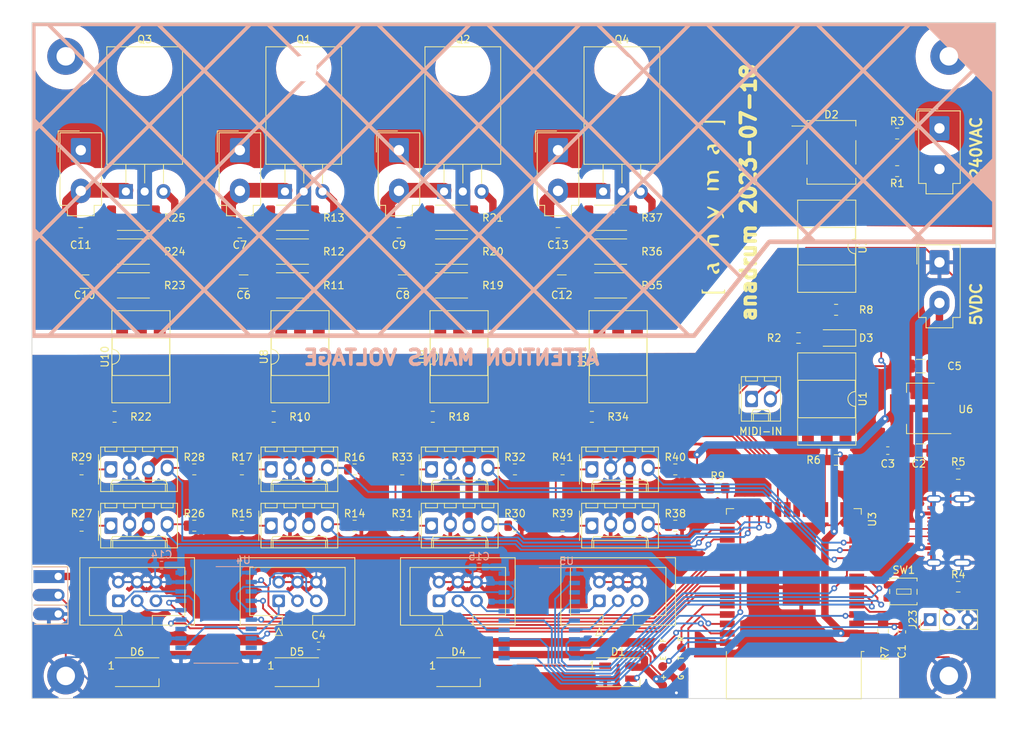
<source format=kicad_pcb>
(kicad_pcb (version 20221018) (generator pcbnew)
  (layers (0 "F.Cu" signal) (31 "B.Cu" signal) (34 "B.Paste" user) (35 "F.Paste" user) (36 "B.SilkS" user "B.Silkscreen") (37 "F.SilkS" user "F.Silkscreen") (38 "B.Mask" user) (39 "F.Mask" user) (44 "Edge.Cuts" user))
  (net 0 "")
  (net 1 "+3V3")
  (net 2 "GND")
  (net 3 "+5V")
  (net 4 "/en")
  (net 5 "/Fire1/load")
  (net 6 "LINE")
  (net 7 "NEUT")
  (net 8 "/pix")
  (net 10 "/flash")
  (net 11 "/rx")
  (net 12 "/tx")
  (net 13 "/usb-")
  (net 14 "/usb+")
  (net 15 "/step1/pulse")
  (net 16 "/step1/dir")
  (net 17 "/step1/en")
  (net 18 "Net-(Q1-G)")
  (net 19 "/zc")
  (net 20 "/midi_rx")
  (net 21 "/fire1")
  (net 28 "Net-(C6-Pad1)")
  (net 29 "Net-(C7-Pad1)")
  (net 30 "Net-(D1-DOUT)")
  (net 32 "Net-(J1-Pin_1)")
  (net 33 "Net-(J2-CC1)")
  (net 35 "Net-(J2-CC2)")
  (net 37 "Net-(J10-Pin_1)")
  (net 38 "Net-(R10-Pad2)")
  (net 39 "Net-(R11-Pad1)")
  (net 40 "Net-(C8-Pad1)")
  (net 41 "/Fire2/load")
  (net 42 "Net-(C9-Pad1)")
  (net 43 "Net-(C10-Pad1)")
  (net 44 "/Fire3/load")
  (net 45 "Net-(C11-Pad1)")
  (net 46 "Net-(C12-Pad1)")
  (net 47 "/Fire4/load")
  (net 48 "Net-(C13-Pad1)")
  (net 49 "/step2/pulse")
  (net 50 "/step2/dir")
  (net 51 "/step2/en")
  (net 52 "Net-(J14-Pin_1)")
  (net 53 "Net-(J15-Pin_1)")
  (net 54 "/step3/pulse")
  (net 55 "/step3/dir")
  (net 56 "/step3/en")
  (net 57 "Net-(J18-Pin_1)")
  (net 58 "/step4/pulse")
  (net 59 "/step4/dir")
  (net 60 "/step4/en")
  (net 61 "Net-(J22-Pin_1)")
  (net 62 "Net-(Q2-G)")
  (net 63 "Net-(Q3-G)")
  (net 64 "Net-(Q4-G)")
  (net 65 "Net-(R18-Pad2)")
  (net 66 "Net-(R19-Pad1)")
  (net 67 "Net-(R34-Pad2)")
  (net 68 "Net-(R35-Pad1)")
  (net 73 "/stop1b")
  (net 74 "/stop1a")
  (net 75 "/pulse1")
  (net 76 "/dir1")
  (net 77 "/en1")
  (net 78 "Net-(D4-DOUT)")
  (net 79 "Net-(D5-DOUT)")
  (net 80 "Net-(D6-DOUT)")
  (net 81 "Net-(D2-+)")
  (net 82 "Net-(D2--)")
  (net 83 "Net-(D2-Pad3)")
  (net 84 "Net-(D2-Pad4)")
  (net 85 "Net-(D3-K)")
  (net 86 "Net-(D3-A)")
  (net 87 "Net-(J9-Pin_1)")
  (net 88 "Net-(J17-Pin_1)")
  (net 89 "Net-(J21-Pin_1)")
  (net 90 "Net-(R22-Pad2)")
  (net 91 "Net-(R23-Pad1)")
  (net 98 "/fire2")
  (net 99 "/fire3")
  (net 100 "/fire4")
  (net 101 "/pulse2")
  (net 102 "/en2")
  (net 103 "/dir2")
  (net 104 "/stop2b")
  (net 105 "/stop2a")
  (net 106 "/stop3b")
  (net 107 "/stop3a")
  (net 108 "/stop4b")
  (net 109 "/stop4a")
  (net 112 "/en4")
  (net 113 "/dir4")
  (net 114 "/pulse4")
  (net 115 "/pulse3")
  (net 116 "/en3")
  (net 117 "/dir3")
  (net 118 "Net-(J23-Pin_2)")
  (footprint "synkie_footprints:C_0805_2012Metric_Pad1.15x1.40mm_HandSolder" (layer "F.Cu") (at 57.818333 49.276 180)
    (fp_text reference "C7")
    (fp_text value "10n/250V")
  )
  (footprint "synkie_footprints:C_0603_1608Metric_Pad1.05x0.95mm_HandSolder" (layer "F.Cu") (at 68.467 105.156)
    (fp_text reference "C4")
    (fp_text value "100n")
  )
  (footprint "Resistor_SMD:R_2512_6332Metric" (layer "F.Cu") (at 86.444666 51.816)
    (fp_text reference "R20")
    (fp_text value "470/1W")
  )
  (footprint "Anyma06:MiniButtonPLCC4" (layer "F.Cu") (at 147.574 97.79 180)
    (fp_text reference "SW1")
    (fp_text value "SW_Push")
  )
  (footprint "Resistor_SMD:R_2512_6332Metric" (layer "F.Cu") (at 107.95 47.244)
    (fp_text reference "R37")
    (fp_text value "39/1W")
  )
  (footprint "synkie_footprints:C_1206_3216Metric_Pad1.42x1.75mm_HandSolder" (layer "F.Cu") (at 58.335333 55.88 180)
    (fp_text reference "C6")
    (fp_text value "47n/250V")
  )
  (footprint "Diode_SMD:D_MiniMELF" (layer "F.Cu") (at 138.43 63.5 180)
    (fp_text reference "D3")
    (fp_text value "D")
  )
  (footprint "synkie_footprints:C_0805_2012Metric_Pad1.15x1.40mm_HandSolder" (layer "F.Cu") (at 79.323666 49.276 180)
    (fp_text reference "C9")
    (fp_text value "10n/250V")
  )
  (footprint "Resistor_SMD:R_2512_6332Metric" (layer "F.Cu") (at 64.939333 56.388 180)
    (fp_text reference "R11")
    (fp_text value "360/1W")
  )
  (footprint "Resistor_SMD:R_0805_2012Metric" (layer "F.Cu") (at 73.340166 88.9)
    (fp_text reference "R14")
    (fp_text value "4k7")
  )
  (footprint "Resistor_SMD:R_0805_2012Metric" (layer "F.Cu") (at 95.014832 88.9)
    (fp_text reference "R30")
    (fp_text value "4k7")
  )
  (footprint "Resistor_SMD:R_2512_6332Metric" (layer "F.Cu") (at 86.444666 56.388 180)
    (fp_text reference "R19")
    (fp_text value "360/1W")
  )
  (footprint "LED_SMD:LED_SK6812MINI_PLCC4_3.5x3.5mm_P1.75mm" (layer "F.Cu") (at 87.376 108.712)
    (fp_text reference "D4")
    (fp_text value "SK6812MINI")
  )
  (footprint "Package_DIP:DIP-6_W8.89mm_SMDSocket_LongPads" (layer "F.Cu") (at 87.460666 66.04 90)
    (fp_text reference "U9")
    (fp_text value "MOC3012M")
  )
  (footprint "synkie_footprints:Molex_Mini-Fit_Jr_5566-02A_2x01_P4.20mm_Vertical" (layer "F.Cu") (at 152.4 35.14)
    (fp_text reference "J3" hide)
    (fp_text value "Conn_01x02")
  )
  (footprint "Resistor_SMD:R_0805_2012Metric" (layer "F.Cu") (at 58.100166 81.28)
    (fp_text reference "R17")
    (fp_text value "220")
  )
  (footprint "Resistor_SMD:R_0805_2012Metric" (layer "F.Cu") (at 58.100166 88.9)
    (fp_text reference "R15")
    (fp_text value "220")
  )
  (footprint "synkie_footprints:Molex_KK-254_AE-6410-02A_1x02_P2.54mm_Vertical" (layer "F.Cu") (at 127 71.755)
    (fp_text reference "J1" hide)
    (fp_text value "MIDI-IN")
  )
  (footprint "Resistor_SMD:R_0805_2012Metric" (layer "F.Cu") (at 73.340166 81.28)
    (fp_text reference "R16")
    (fp_text value "4k7")
  )
  (footprint "synkie_footprints:Molex_KK-254_AE-6410-04A_1x04_P2.54mm_Vertical" (layer "F.Cu") (at 105.41 81.28)
    (fp_text reference "J22" hide)
    (fp_text value "sensor")
  )
  (footprint "synkie_footprints:Molex_KK-254_AE-6410-04A_1x04_P2.54mm_Vertical" (layer "F.Cu") (at 105.41 88.9)
    (fp_text reference "J21" hide)
    (fp_text value "sensor2")
  )
  (footprint "synkie_footprints:Molex_Mini-Fit_Jr_5566-02A_2x01_P4.20mm_Vertical" (layer "F.Cu") (at 100.838 38.1)
    (fp_text reference "J19" hide)
    (fp_text value "Conn_01x02")
  )
  (footprint "Resistor_SMD:R_2512_6332Metric" (layer "F.Cu") (at 43.434 47.244)
    (fp_text reference "R25")
    (fp_text value "39/1W")
  )
  (footprint "Resistor_SMD:R_0805_2012Metric" (layer "F.Cu") (at 79.774832 88.9)
    (fp_text reference "R31")
    (fp_text value "220")
  )
  (footprint "synkie_footprints:C_1206_3216Metric_Pad1.42x1.75mm_HandSolder" (layer "F.Cu") (at 79.840666 55.88 180)
    (fp_text reference "C8")
    (fp_text value "47n/250V")
  )
  (footprint "MountingHole:MountingHole_2.5mm_Pad" (layer "F.Cu") (at 153.67 109.22)
    (fp_text reference "H4" hide)
    (fp_text value "MountingHole_Pad")
  )
  (footprint "Resistor_SMD:R_0805_2012Metric" (layer "F.Cu") (at 101.4495 88.9)
    (fp_text reference "R39")
    (fp_text value "220")
  )
  (footprint "Resistor_SMD:R_2512_6332Metric" (layer "F.Cu") (at 43.434 56.388 180)
    (fp_text reference "R23")
    (fp_text value "360/1W")
  )
  (footprint "synkie_footprints:R_0805_2012Metric_Pad1.15x1.40mm_HandSolder" (layer "F.Cu") (at 144.78 103.133 90)
    (fp_text reference "R7")
    (fp_text value "10k")
  )
  (footprint "Package_TO_SOT_THT:TO-220-3_Horizontal_TabDown" (layer "F.Cu") (at 85.428666 43.688)
    (fp_text reference "Q2")
    (fp_text value "BT138-600")
  )
  (footprint "synkie_footprints:JAE_USB-C_SJ122205" (layer "F.Cu") (at 152.375 89.585 90)
    (fp_text reference "J2" hide)
    (fp_text value "USB_C_Receptacle_USB2.0")
  )
  (footprint "LED_SMD:LED_SK6812MINI_PLCC4_3.5x3.5mm_P1.75mm" (layer "F.Cu") (at 108.966 108.712)
    (fp_text reference "D1")
    (fp_text value "SK6812MINI")
  )
  (footprint "Resistor_SMD:R_0805_2012Metric" (layer "F.Cu") (at 95.014832 81.28)
    (fp_text reference "R32")
    (fp_text value "4k7")
  )
  (footprint "Connector_IDC:IDC-Header_2x03_P2.54mm_Vertical" (layer "F.Cu") (at 63.076666 99.06 90)
    (fp_text reference "J8" hide)
    (fp_text value "Conn_01x06")
  )
  (footprint "synkie_footprints:C_1206_3216Metric_Pad1.42x1.75mm_HandSolder" (layer "F.Cu") (at 149.86 67.31 180)
    (fp_text reference "C5")
    (fp_text value "10u")
  )
  (footprint "synkie_footprints:Molex_KK-254_AE-6410-04A_1x04_P2.54mm_Vertical" (layer "F.Cu") (at 83.735332 88.9)
    (fp_text reference "J17" hide)
    (fp_text value "sensor2")
  )
  (footprint "MountingHole:MountingHole_2.5mm_Pad" (layer "F.Cu") (at 34.29 25.4)
    (fp_text reference "H1" hide)
    (fp_text value "MountingHole_Pad")
  )
  (footprint "synkie_footprints:C_1206_3216Metric_Pad1.42x1.75mm_HandSolder" (layer "F.Cu") (at 101.346 55.88 180)
    (fp_text reference "C12")
    (fp_text value "47n/250V")
  )
  (footprint "Resistor_SMD:R_0805_2012Metric" (layer "F.Cu") (at 51.6655 88.9)
    (fp_text reference "R26")
    (fp_text value "4k7")
  )
  (footprint "synkie_footprints:Molex_KK-254_AE-6410-04A_1x04_P2.54mm_Vertical" (layer "F.Cu") (at 40.386 88.9)
    (fp_text reference "J14" hide)
    (fp_text value "sensor2")
  )
  (footprint "Package_DIP:DIP-6_W8.89mm_SMDSocket_LongPads" (layer "F.Cu") (at 137.16 51.09 -90)
    (fp_text reference "U2")
    (fp_text value "4N25")
  )
  (footprint "synkie_footprints:R_0805_2012Metric_Pad1.15x1.40mm_HandSolder" (layer "F.Cu") (at 138.43 80.01)
    (fp_text reference "R6")
    (fp_text value "1k")
  )
  (footprint "Resistor_SMD:R_2512_6332Metric" (layer "F.Cu") (at 107.95 51.816)
    (fp_text reference "R36")
    (fp_text value "470/1W")
  )
  (footprint "2022_midi_controller:ESP32-S3-WROOM" (layer "F.Cu") (at 132.715 96.465 180)
    (fp_text reference "U3")
    (fp_text value "ESP32-S3-WROOM")
  )
  (footprint "Connector_IDC:IDC-Header_2x03_P2.54mm_Vertical" (layer "F.Cu") (at 41.402 99.06 90)
    (fp_text reference "J13" hide)
    (fp_text value "Conn_01x06")
  )
  (footprint "Connector_IDC:IDC-Header_2x03_P2.54mm_Vertical" (layer "F.Cu") (at 84.751332 99.06 90)
    (fp_text reference "J16" hide)
    (fp_text value "Conn_01x06")
  )
  (footprint "Resistor_SMD:R_0805_2012Metric" (layer "F.Cu") (at 79.774832 81.28)
    (fp_text reference "R33")
    (fp_text value "220")
  )
  (footprint "LED_SMD:LED_SK6812MINI_PLCC4_3.5x3.5mm_P1.75mm" (layer "F.Cu") (at 65.532 108.712)
    (fp_text reference "D5")
    (fp_text value "SK6812MINI")
  )
  (footprint "Connector_PinHeader_2.54mm:PinHeader_1x03_P2.54mm_Vertical" (layer "F.Cu") (at 151.145 101.6 90)
    (fp_text reference "J23")
    (fp_text value "pot")
  )
  (footprint "Resistor_SMD:R_2512_6332Metric" (layer "F.Cu") (at 86.444666 47.244)
    (fp_text reference "R21")
    (fp_text value "39/1W")
  )
  (footprint "LED_SMD:LED_SK6812MINI_PLCC4_3.5x3.5mm_P1.75mm" (layer "F.Cu") (at 43.942 108.712)
    (fp_text reference "D6")
    (fp_text value "SK6812MINI")
  )
  (footprint "Resistor_SMD:R_0805_2012Metric" (layer "F.Cu") (at 62.399333 74.168)
    (fp_text reference "R10")
    (fp_text value "300")
  )
  (footprint "MountingHole:MountingHole_2.5mm_Pad" (layer "F.Cu") (at 153.67 25.4)
    (fp_text reference "H2" hide)
    (fp_text value "MountingHole_Pad")
  )
  (footprint "synkie_footprints:Molex_KK-254_AE-6410-04A_1x04_P2.54mm_Vertical" (layer "F.Cu") (at 83.735332 81.28)
    (fp_text reference "J18" hide)
    (fp_text value "sensor")
  )
  (footprint "Package_DIP:DIP-6_W8.89mm_SMDSocket_LongPads" (layer "F.Cu") (at 108.966 66.04 90)
    (fp_text reference "U11")
    (fp_text value "MOC3012M")
  )
  (footprint "synkie_footprints:Molex_Mini-Fit_Jr_5566-02A_2x01_P4.20mm_Vertical" (layer "F.Cu") (at 152.4 53.265)
    (fp_text reference "J6" hide)
    (fp_text value "Conn_01x02")
  )
  (footprint "synkie_footprints:C_0805_2012Metric_Pad1.15x1.40mm_HandSolder" (layer "F.Cu") (at 100.829 49.276 180)
    (fp_text reference "C13")
    (fp_text value "10n/250V")
  )
  (footprint "Package_DIP:DIP-6_W8.89mm_SMDSocket_LongPads" (layer "F.Cu") (at 137.16 71.755 -90)
    (fp_text reference "U1")
    (fp_text value "4N25")
  )
  (footprint "Package_TO_SOT_SMD:SOT-223-3_TabPin2" (layer "F.Cu") (at 149.86 73.025 180)
    (fp_text reference "U6")
    (fp_text value "AZ1117-3.3")
  )
  (footprint "Resistor_SMD:R_0805_2012Metric" (layer "F.Cu") (at 146.685 35.85)
    (fp_text reference "R3")
    (fp_text value "30k/0.5W")
  )
  (footprint "Diode_SMD:Diode_Bridge_Vishay_DFS" (layer "F.Cu") (at 137.795 38.39)
    (fp_text reference "D2")
    (fp_text value "D_Bridge_+-AA")
  )
  (footprint "synkie_footprints:C_0603_1608Metric_Pad1.05x0.95mm_HandSolder" (layer "F.Cu") (at 147.32 103.265 -90)
    (fp_text reference "C1")
    (fp_text value "1u")
  )
  (footprint "Resistor_SMD:R_0805_2012Metric" (layer "F.Cu") (at 105.41 74.168)
    (fp_text reference "R34")
    (fp_text value "300")
  )
  (footprint "Resistor_SMD:R_0805_2012Metric" (layer "F.Cu") (at 138.43 59.69 180)
    (fp_text reference "R8")
    (fp_text value "10k")
  )
  (footprint "synkie_footprints:R_0805_2012Metric_Pad1.15x1.40mm_HandSolder" (layer "F.Cu") (at 122.419 83.82)
    (fp_text reference "R9")
    (fp_text value "10k")
  )
  (footprint "Connector_IDC:IDC-Header_2x03_P2.54mm_Vertical" (layer "F.Cu") (at 106.426 99.06 90)
    (fp_text reference "J20" hide)
    (fp_text value "Conn_01x06")
  )
  (footprint "Resistor_SMD:R_0805_2012Metric" (layer "F.Cu") (at 146.685 40.93 180)
    (fp_text reference "R1")
    (fp_text value "30k/0.5W")
  )
  (footprint "Resistor_SMD:R_0805_2012Metric" (layer "F.Cu") (at 40.894 74.168)
    (fp_text reference "R22")
    (fp_text value "300")
  )
  (footprint "Resistor_SMD:R_0805_2012Metric" (layer "F.Cu") (at 116.6895 88.9)
    (fp_text reference "R38")
    (fp_text value "4k7")
  )
  (footprint "anyma_footprints:logo_anyma" (layer "F.Cu") (at 121.92 45.72 90)
    (fp_text reference "U7" hide)
    (fp_text value "LOGO" hide)
  )
  (footprint "Resistor_SMD:R_0805_2012Metric" (layer "F.Cu") (at 36.4255 81.28)
    (fp_text reference "R29")
    (fp_text value "220")
  )
  (footprint "synkie_footprints:Molex_Mini-Fit_Jr_5566-02A_2x01_P4.20mm_Vertical" (layer "F.Cu") (at 36.322 38.1)
    (fp_text reference "J12" hide)
    (fp_text value "Conn_01x02")
  )
  (footprint "Resistor_SMD:R_0805_2012Metric" (layer "F.Cu") (at 36.4255 88.9)
    (fp_text reference "R27")
    (fp_text value "220")
  )
  (footprint "synkie_footprints:Molex_KK-254_AE-6410-04A_1x04_P2.54mm_Vertical" (layer "F.Cu") (at 62.060666 81.28)
    (fp_text reference "J10" hide)
    (fp_text value "sensor")
  )
  (footprint "synkie_footprints:R_0805_2012Metric_Pad1.15x1.40mm_HandSolder" (layer "F.Cu") (at 154.94 81.915)
    (fp_text reference "R5")
    (fp_text value "5k1")
  )
  (footprint "Package_TO_SOT_THT:TO-220-3_Horizontal_TabDown" (layer "F.Cu") (at 106.934 43.688)
    (fp_text reference "Q4")
    (fp_text value "BT138-600")
  )
  (footprint "synkie_footprints:R_0805_2012Metric_Pad1.15x1.40mm_HandSolder" (layer "F.Cu") (at 133.35 63.5 180)
    (fp_text reference "R2")
    (fp_text value "220")
  )
  (footprint "synkie_footprints:C_1206_3216Metric_Pad1.42x1.75mm_HandSolder" (layer "F.Cu") (at 149.86 78.74)
    (fp_text reference "C2")
    (fp_text value "10u")
  )
  (footprint "Resistor_SMD:R_0805_2012Metric" (layer "F.Cu") (at 51.6655 81.28)
    (fp_text reference "R28")
    (fp_text value "4k7")
  )
  (footprint "Resistor_SMD:R_0805_2012Metric" (layer "F.Cu") (at 83.904666 74.168)
    (fp_text reference "R18")
    (fp_text value "300")
  )
  (footprint "anyma_footprints:ComboPinhead_03" (layer "F.Cu") (at 33.274 95.758)
    (fp_text reference "J4" hide)
    (fp_text value "pixels")
  )
  (footprint "synkie_footprints:R_0805_2012Metric_Pad1.15x1.40mm_HandSolder" (layer "F.Cu") (at 154.94 97.155)
    (fp_text reference "R4")
    (fp_text value "5k1")
  )
  (footprint "Package_DIP:DIP-6_W8.89mm_SMDSocket_LongPads" (layer "F.Cu") (at 65.955333 66.04 90)
    (fp_text reference "U8")
    (fp_text value "MOC3012M")
  )
  (footprint "MountingHole:MountingHole_2.5mm_Pad" (layer "F.Cu") (at 34.29 109.22)
    (fp_text reference "H3" hide)
    (fp_text value "MountingHole_Pad")
  )
  (footprint "Resistor_SMD:R_2512_6332Metric" (layer "F.Cu") (at 43.434 51.816)
    (fp_text reference "R24")
    (fp_text value "470/1W")
  )
  (footprint "Resistor_SMD:R_2512_6332Metric" (layer "F.Cu") (at 64.939333 51.816)
    (fp_text reference "R12")
    (fp_text value "470/1W")
  )
  (footprint "synkie_footprints:Molex_Mini-Fit_Jr_5566-02A_2x01_P4.20mm_Vertical" (layer "F.Cu") (at 79.332666 38.1)
    (fp_text reference "J11" hide)
    (fp_text value "Conn_01x02")
  )
  (footprint "Resistor_SMD:R_2512_6332Metric" (layer "F.Cu") (at 107.95 56.388 180)
    (fp_text reference "R35")
    (fp_text value "360/1W")
  )
  (footprint "Resistor_SMD:R_2512_6332Metric" (layer "F.Cu") (at 64.939333 47.244)
    (fp_text reference "R13")
    (fp_text value "39/1W")
  )
  (footprint "synkie_footprints:C_1206_3216Metric_Pad1.42x1.75mm_HandSolder" (layer "F.Cu") (at 36.83 55.88 180)
    (fp_text reference "C10")
    (fp_text value "47n/250V")
  )
  (footprint "Package_TO_SOT_THT:TO-220-3_Horizontal_TabDown" (layer "F.Cu") (at 42.418 43.688)
    (fp_text reference "Q3")
    (fp_text value "BT138-600")
  )
  (footprint "Resistor_SMD:R_0805_2012Metric" (layer "F.Cu") (at 116.6895 81.28)
    (fp_text reference "R40")
    (fp_text value "4k7")
  )
  (footprint "synkie_footprints:C_0603_1608Metric_Pad1.05x0.95mm_HandSolder" (layer "F.Cu") (at 145.415 78.74 180)
    (fp_text reference "C3")
    (fp_text value "100n")
  )
  (footprint "Package_TO_SOT_THT:TO-220-3_Horizontal_TabDown" (layer "F.Cu") (at 63.923333 43.688)
    (fp_text reference "Q1")
    (fp_text value "BT138-600")
  )
  (footprint "synkie_footprints:C_0805_2012Metric_Pad1.15x1.40mm_HandSolder" (layer "F.Cu") (at 36.313 49.276 180)
    (fp_text reference "C11")
    (fp_text value "10n/250V")
  )
  (footprint "synkie_footprints:Molex_Mini-Fit_Jr_5566-02A_2x01_P4.20mm_Vertical" (layer "F.Cu") (at 57.827333 38.1)
    (fp_text reference "J7" hide)
    (fp_text value "Conn_01x02")
  )
  (footprint "Resistor_SMD:R_0805_2012Metric" (layer "F.Cu") (at 101.4495 81.28)
    (fp_text reference "R41")
    (fp_text value "220")
  )
  (footprint "synkie_footprints:Molex_KK-254_AE-6410-04A_1x04_P2.54mm_Vertical" (layer "F.Cu") (at 40.386 81.28)
    (fp_text reference "J15" hide)
    (fp_text value "sensor")
  )
  (footprint "synkie_footprints:Molex_KK-254_AE-6410-04A_1x04_P2.54mm_Vertical" (layer "F.Cu") (at 62.060666 88.9)
    (fp_text reference "J9" hide)
    (fp_text value "sensor2")
  )
  (footprint "Package_DIP:DIP-6_W8.89mm_SMDSocket_LongPads" (layer "F.Cu") (at 44.45 66.04 90)
    (fp_text reference "U10")
    (fp_text value "MOC3012M")
  )
  (footprint "Anyma06:AnymaPOGO-ESP" (layer "F.Cu") (at 120.063 105.41 90)
    (fp_text reference "J5" hide)
    (fp_text value "Conn_01x06")
  )
  (footprint "synkie_footprints:C_0603_1608Metric_Pad1.05x0.95mm_HandSolder" (layer "B.Cu") (at 90.17 94.488 180)
    (fp_text reference "C15")
    (fp_text value "100n")
  )
  (footprint "Package_SO:SO-20_12.8x7.5mm_P1.27mm" (layer "B.Cu") (at 54.61 100.965 180)
    (fp_text reference "U4")
    (fp_text value "74HC244")
  )
  (footprint "synkie_footprints:C_0603_1608Metric_Pad1.05x0.95mm_HandSolder" (layer "B.Cu") (at 47.244 94.234 180)
    (fp_text reference "C14")
    (fp_text value "100n")
  )
  (footprint "Package_SO:SO-20_12.8x7.5mm_P1.27mm" (layer "B.Cu") (at 98.298 101.092 180)
    (fp_text reference "U5")
    (fp_text value "74HC244")
  )
  (gr_rect (start 29.718 20.828) (end 160.02 112.268) (stroke (width 0.1)) (fill none) (layer "Edge.Cuts"))
  (gr_text "ATTENTION MAINS VOLTAGE" (at 106.68 67.31) (layer "B.SilkS") (effects (font (size 2 2) (thickness 0.5) bold) (justify left bottom mirror)))
  (gr_text "5VDC" (at 158.242 61.976 90) (layer "F.SilkS") (effects (font (size 1.5 1.5) (thickness 0.3) bold) (justify left bottom)))
  (gr_text "MIDI-IN" (at 125.222 76.708) (layer "F.SilkS") (effects (font (size 1 1)) (justify left bottom)))
  (gr_text "240VAC" (at 158.242 42.164 90) (layer "F.SilkS") (effects (font (size 1.5 1.5) (thickness 0.3) bold) (justify left bottom)))
  (gr_text "anadrum 2023-07-18" (at 127.762 61.468 90) (layer "F.SilkS") (effects (font (size 2 2) (thickness 0.5) bold) (justify left bottom)))
  (segment (start 144.526 64.8735) (end 144.526 66.548) (width 0.25) (layer "F.Cu") (net 1))
  (segment (start 67.056 107.611) (end 67.282 107.837) (width 1) (layer "F.Cu") (net 1))
  (segment (start 47.212 79.28) (end 57.15 79.28) (width 1) (layer "F.Cu") (net 1))
  (segment (start 45.466 81.28) (end 45.466 81.026) (width 1) (layer "F.Cu") (net 1))
  (segment (start 88.646 79.28) (end 100.33 79.28) (width 1) (layer "F.Cu") (net 1))
  (segment (start 145.981505 104.158) (end 146.899505 103.24) (width 0.25) (layer "F.Cu") (net 1))
  (segment (start 45.692 107.837) (end 45.692 106.708) (width 1) (layer "F.Cu") (net 1))
  (segment (start 78.74 79.28) (end 88.646 79.28) (width 1) (layer "F.Cu") (net 1))
  (segment (start 148.982 103.24) (end 151.13 101.092) (width 0.25) (layer "F.Cu") (net 1))
  (segment (start 146.29 78.74) (end 146.29 73.445) (width 1) (layer "F.Cu") (net 1))
  (segment (start 112.522 106.934) (end 112.522 108.029) (width 1) (layer "F.Cu") (net 1))
  (segment (start 146.899505 103.24) (end 148.982 103.24) (width 0.25) (layer "F.Cu") (net 1))
  (segment (start 45.466 81.026) (end 47.212 79.28) (width 1) (layer "F.Cu") (net 1))
  (segment (start 89.126 106.359) (end 89.126 107.837) (width 1) (layer "F.Cu") (net 1))
  (segment (start 78.862332 81.28) (end 78.862332 88.9) (width 0.25) (layer "F.Cu") (net 1))
  (segment (start 47.18 79.248) (end 47.212 79.28) (width 0.25) (layer "F.Cu") (net 1))
  (segment (start 139.455 80.01) (end 139.455 79.765) (width 0.25) (layer "F.Cu") (net 1))
  (segment (start 118.872 79.28) (end 119.634 79.28) (width 1) (layer "F.Cu") (net 1))
  (segment (start 139.3425 59.69) (end 144.526 64.8735) (width 0.25) (layer "F.Cu") (net 1))
  (segment (start 88.815332 81.28) (end 88.815332 88.9) (width 0.25) (layer "F.Cu") (net 1))
  (segment (start 67.056 106.331) (end 67.056 107.611) (width 1) (layer "F.Cu") (net 1))
  (segment (start 136.906 101.092) (end 136.915 101.083) (width 1) (layer "F.Cu") (net 1))
  (segment (start 100.33 79.28) (end 110.49 79.28) (width 1) (layer "F.Cu") (net 1))
  (segment (start 112.522 108.029) (end 114.983 110.49) (width 1) (layer "F.Cu") (net 1))
  (segment (start 153.01 73.025) (end 148.336 73.025) (width 1) (layer "F.Cu") (net 1))
  (segment (start 67.056 105.692) (end 67.056 106.331) (width 0.25) (layer "F.Cu") (net 1))
  (segment (start 35.052 95.758) (end 33.274 95.758) (width 1) (layer "F.Cu") (net 1))
  (segment (start 144.072 103.45) (end 144.78 104.158) (width 0.25) (layer "F.Cu") (net 1))
  (segment (start 37.545 79.248) (end 47.18 79.248) (width 0.25) (layer "F.Cu") (net 1))
  (segment (start 67.592 105.156) (end 67.056 105.692) (width 0.25) (layer "F.Cu") (net 1))
  (segment (start 119.634 79.28) (end 110.49 79.28) (width 1) (layer "F.Cu") (net 1))
  (segment (start 78.74 79.28) (end 78.74 81.157668) (width 1) (layer "F.Cu") (net 1))
  (segment (start 148.336 73.025) (end 146.71 73.025) (width 1) (layer "F.Cu") (net 1))
  (segment (start 57.15 81.242334) (end 57.187666 81.28) (width 1) (layer "F.Cu") (net 1))
  (segment (start 145.313 74.422) (end 146.71 73.025) (width 1) (layer "F.Cu") (net 1))
  (segment (start 141.215 103.45) (end 139.264 103.45) (width 1) (layer "F.Cu") (net 1))
  (segment (start 88.815332 79.449332) (end 88.815332 88.9) (width 1) (layer "F.Cu") (net 1))
  (segment (start 67.140666 79.618666) (end 67.140666 88.9) (width 1) (layer "F.Cu") (net 1))
  (segment (start 145.034 74.422) (end 145.313 74.422) (width 1) (layer "F.Cu") (net 1))
  (segment (start 139.455 79.765) (end 138.938 79.248) (width 0.25) (layer "F.Cu") (net 1))
  (segment (start 88.646 79.28) (end 88.815332 79.449332) (width 1) (layer "F.Cu") (net 1))
  (segment (start 100.33 81.073) (end 100.537 81.28) (width 1) (layer "F.Cu") (net 1))
  (segment (start 57.187666 81.28) (end 57.187666 88.9) (width 0.25) (layer "F.Cu") (net 1))
  (segment (start 66.802 79.28) (end 67.140666 79.618666) (width 1) (layer "F.Cu") (net 1))
  (segment (start 148.3725 73.0615) (end 148.336 73.025) (width 1) (layer "F.Cu") (net 1))
  (segment (start 148.3725 78.74) (end 148.3725 73.0615) (width 1) (layer "F.Cu") (net 1))
  (segment (start 112.522 108.029) (end 110.908 108.029) (width 1) (layer "F.Cu") (net 1))
  (segment (start 57.15 79.28) (end 66.802 79.28) (width 1) (layer "F.Cu") (net 1))
  (segment (start 35.513 95.297) (end 35.052 95.758) (width 0.25) (layer "F.Cu") (net 1))
  (segment (start 45.466 81.28) (end 45.466 88.9) (width 1) (layer "F.Cu") (net 1))
  (segment (start 89.154 106.331) (end 111.919 106.331) (width 1) (layer "F.Cu") (net 1))
  (segment (start 38.608 95.758) (end 35.052 95.758) (width 1) (layer "F.Cu") (net 1))
  (segment (start 45.466 88.9) (end 38.608 95.758) (width 1) (layer "F.Cu") (net 1))
  (segment (start 136.915 101.083) (end 136.915 90.923) (width 1) (layer "F.Cu") (net 1))
  (segment (start 100.537 81.28) (end 100.537 88.9) (width 0.25) (layer "F.Cu") (net 1))
  (segment (start 46.069 106.331) (end 67.056 106.331) (width 1) (layer "F.Cu") (net 1))
  (segment (start 78.74 81.157668) (end 78.862332 81.28) (width 1) (layer "F.Cu") (net 1))
  (segment (start 66.802 79.28) (end 78.74 79.28) (width 1) (layer "F.Cu") (net 1))
  (segment (start 146.29 73.445) (end 146.71 73.025) (width 1) (layer "F.Cu") (net 1))
  (segment (start 136.915 90.923) (end 138.176 89.662) (width 1) (layer "F.Cu") (net 1))
  (segment (start 110.49 79.28) (end 110.49 88.9) (width 1) (layer "F.Cu") (net 1))
  (segment (start 110.908 108.029) (end 110.716 107.837) (width 1) (layer "F.Cu") (net 1))
  (segment (start 35.513 81.28) (end 37.545 79.248) (width 0.25) (layer "F.Cu") (net 1))
  (segment (start 139.264 103.45) (end 136.906 101.092) (width 1) (layer "F.Cu") (net 1))
  (segment (start 35.513 81.28) (end 35.513 88.9) (width 0.25) (layer "F.Cu") (net 1))
  (segment (start 67.140666 81.28) (end 67.140666 88.9) (width 0.25) (layer "F.Cu") (net 1))
  (segment (start 57.15 79.28) (end 57.15 81.242334) (width 1) (layer "F.Cu") (net 1))
  (segment (start 45.692 106.708) (end 46.069 106.331) (width 1) (layer "F.Cu") (net 1))
  (segment (start 119.634 82.06) (end 121.394 83.82) (width 0.25) (layer "F.Cu") (net 1))
  (segment (start 141.215 103.45) (end 144.072 103.45) (width 0.25) (layer "F.Cu") (net 1))
  (segment (start 144.78 104.158) (end 145.981505 104.158) (width 0.25) (layer "F.Cu") (net 1))
  (segment (start 100.33 79.28) (end 100.33 81.073) (width 1) (layer "F.Cu") (net 1))
  (segment (start 111.919 106.331) (end 112.522 106.934) (width 1) (layer "F.Cu") (net 1))
  (segment (start 67.056 106.331) (end 89.154 106.331) (width 1) (layer "F.Cu") (net 1))
  (segment (start 110.49 81.28) (end 110.49 88.9) (width 0.25) (layer "F.Cu") (net 1))
  (segment (start 89.154 106.331) (end 89.126 106.359) (width 1) (layer "F.Cu") (net 1))
  (segment (start 119.634 79.28) (end 119.634 82.06) (width 0.25) (layer "F.Cu") (net 1))
  (via (at 145.034 74.422) (size 0.8) (drill 0.4) (layers "F.Cu" "B.Cu") (net 1))
  (via (at 119.634 79.28) (size 0.8) (drill 0.4) (layers "F.Cu" "B.Cu") (net 1))
  (via (at 114.1335 109.6405) (size 0.8) (drill 0.4) (layers "F.Cu" "B.Cu") (net 1))
  (via (at 138.938 79.248) (size 0.8) (drill 0.4) (layers "F.Cu" "B.Cu") (net 1))
  (via (at 138.176 89.662) (size 0.8) (drill 0.4) (layers "F.Cu" "B.Cu") (net 1))
  (via (at 144.526 66.548) (size 0.8) (drill 0.4) (layers "F.Cu" "B.Cu") (net 1))
  (via (at 139.065 103.441) (size 0.8) (drill 0.4) (layers "F.Cu" "B.Cu") (net 1))
  (segment (start 119.634 79.28) (end 120.936 77.978) (width 1) (layer "B.Cu") (net 1))
  (segment (start 114.927135 109.6405) (end 117.965 106.602635) (width 1) (layer "B.Cu") (net 1))
  (segment (start 114.1335 109.6405) (end 114.927135 109.6405) (width 1) (layer "B.Cu") (net 1))
  (segment (start 118.554892 105.918) (end 123.444 105.918) (width 1) (layer "B.Cu") (net 1))
  (segment (start 117.965 106.602635) (end 117.965 106.507892) (width 1) (layer "B.Cu") (net 1))
  (segment (start 144.526 66.548) (end 145.034 67.056) (width 0.25) (layer "B.Cu") (net 1))
  (segment (start 138.43 77.978) (end 141.478 77.978) (width 1) (layer "B.Cu") (net 1))
  (segment (start 138.938 79.248) (end 138.176 79.248) (width 0.25) (layer "B.Cu") (net 1))
  (segment (start 141.478 77.978) (end 145.034 74.422) (width 1) (layer "B.Cu") (net 1))
  (segment (start 138.176 89.662) (end 138.176 79.248) (width 1) (layer "B.Cu") (net 1))
  (segment (start 117.965 106.507892) (end 118.554892 105.918) (width 1) (layer "B.Cu") (net 1))
  (segment (start 120.936 77.978) (end 138.43 77.978) (width 1) (layer "B.Cu") (net 1))
  (segment (start 125.921 103.441) (end 139.065 103.441) (width 1) (layer "B.Cu") (net 1))
  (segment (start 123.444 105.918) (end 125.921 103.441) (width 1) (layer "B.Cu") (net 1))
  (segment (start 138.176 78.232) (end 138.43 77.978) (width 1) (layer "B.Cu") (net 1))
  (segment (start 145.034 67.056) (end 145.034 74.422) (width 0.25) (layer "B.Cu") (net 1))
  (segment (start 138.176 79.248) (end 138.176 78.232) (width 1) (layer "B.Cu") (net 1))
  (segment (start 134.62 75.45) (end 142.76 67.31) (width 0.25) (layer "F.Cu") (net 2))
  (segment (start 155.956 81.906) (end 155.965 81.915) (width 0.25) (layer "F.Cu") (net 2))
  (segment (start 117.602 90.424) (end 111.506 96.52) (width 0.25) (layer "F.Cu") (net 2))
  (segment (start 135.636 104.902) (end 135.818 104.72) (width 0.25) (layer "F.Cu") (net 2))
  (segment (start 147.32 105.41) (end 147.672 105.058) (width 0.25) (layer "F.Cu") (net 2))
  (segment (start 117.523 110.823) (end 116.84 111.506) (width 0.25) (layer "F.Cu") (net 2))
  (segment (start 133.096 92.71) (end 133.715 93.329) (width 0.25) (layer "F.Cu") (net 2))
  (segment (start 144.54 78.74) (end 144.54 81.534) (width 0.25) (layer "F.Cu") (net 2))
  (segment (start 142.76 67.31) (end 148.3725 67.31) (width 0.25) (layer "F.Cu") (net 2))
  (segment (start 44.45 67.818) (end 44.45 70.485) (width 0.25) (layer "F.Cu") (net 2))
  (segment (start 85.626 111.45) (end 85.598 111.478) (width 0.25) (layer "F.Cu") (net 2))
  (segment (start 84.751332 96.52) (end 89.831332 96.52) (width 0.25) (layer "F.Cu") (net 2))
  (segment (start 68.156666 96.52) (end 64.600666 92.964) (width 0.25) (layer "F.Cu") (net 2))
  (segment (start 63.782 109.587) (end 63.782 111.252) (width 0.25) (layer "F.Cu") (net 2))
  (segment (start 134.62 76.2) (end 134.62 75.45) (width 0.25) (layer "F.Cu") (net 2))
  (segment (start 117.602 88.9) (end 117.602 90.424) (width 0.25) (layer "F.Cu") (net 2))
  (segment (start 64.008 111.478) (end 42.164 111.478) (width 0.25) (layer "F.Cu") (net 2))
  (segment (start 124.968 67.564) (end 134.62 57.912) (width 0.25) (layer "F.Cu") (net 2))
  (segment (start 133.715 102.981) (end 135.636 104.902) (width 0.25) (layer "F.Cu") (net 2))
  (segment (start 108.966 67.564) (end 108.712 67.564) (width 0.25) (layer "F.Cu") (net 2))
  (segment (start 152.4 53.265) (end 150.443 51.308) (width 0.25) (layer "F.Cu") (net 2))
  (segment (start 123.715 104.715) (end 124.119 105.119) (width 0.25) (layer "F.Cu") (net 2))
  (segment (start 153.01 75.325) (end 153.01 77.0775) (width 0.25) (layer "F.Cu") (net 2))
  (segment (start 150.443 51.308) (end 134.366 51.308) (width 0.25) (layer "F.Cu") (net 2))
  (segment (start 151.675 79.0675) (end 151.675 85.265) (width 0.25) (layer "F.Cu") (net 2))
  (segment (start 151.275 92.685) (end 151.275 93.53) (width 0.25) (layer "F.Cu") (net 2))
  (segment (start 147.32 104.14) (end 149.606 106.426) (width 0.25) (layer "F.Cu") (net 2))
  (segment (start 133.715 93.329) (end 133.715 97.22) (width 0.25) (layer "F.Cu") (net 2))
  (segment (start 151.3475 78.74) (end 155.956 78.74) (width 0.25) (layer "F.Cu") (net 2))
  (segment (start 85.598 111.478) (end 64.008 111.478) (width 0.25) (layer "F.Cu") (net 2))
  (segment (start 108.966 70.485) (end 108.966 67.564) (width 0.25) (layer "F.Cu") (net 2))
  (segment (start 66.04 74.676) (end 65.955333 74.591333) (width 0.25) (layer "F.Cu") (net 2))
  (segment (start 107.216 111.478) (end 107.188 111.506) (width 0.25) (layer "F.Cu") (net 2))
  (segment (start 155.475 93.905) (end 155.475 96.665) (width 0.25) (layer "F.Cu") (net 2))
  (segment (start 117.602 88.9) (end 117.602 81.28) (width 0.25) (layer "F.Cu") (net 2))
  (segment (start 144.54 81.534) (end 144.54 81.62) (width 0.25) (layer "F.Cu") (net 2))
  (segment (start 107.95 81.08) (end 107.95 95.504) (width 0.25) (layer "F.Cu") (net 2))
  (segment (start 155.965 81.915) (end 155.475 82.405) (width 0.25) (layer "F.Cu") (net 2))
  (segment (start 42.192 109.587) (end 42.192 111.45) (width 0.25) (layer "F.Cu") (net 2))
  (segment (start 148.3725 67.31) (end 148.3725 57.2925) (width 0.25) (layer "F.Cu") (net 2))
  (segment (start 87.122 67.564) (end 66.04 67.564) (width 0.25) (layer "F.Cu") (net 2))
  (segment (start 152.4 53.265) (end 155.956 56.821) (width 0.25) (layer "F.Cu") (net 2))
  (segment (start 66.04 67.564) (end 44.196 67.564) (width 0.25) (layer "F.Cu") (net 2))
  (segment (start 144.54 81.62) (end 139.45 86.71) (width 0.25) (layer "F.Cu") (net 2))
  (segment (start 66.04 67.564) (end 65.955333 67.648667) (width 0.25) (layer "F.Cu") (net 2))
  (segment (start 106.426 96.52) (end 111.506 96.52) (width 0.25) (layer "F.Cu") (net 2))
  (segment (start 149.86 106.68) (end 153.67 106.68) (width 0.25) (layer "F.Cu") (net 2))
  (segment (start 87.122 67.564) (end 87.460666 67.902666) (width 0.25) (layer "F.Cu") (net 2))
  (segment (start 63.076666 96.52) (end 68.156666 96.52) (width 0.25) (layer "F.Cu") (net 2))
  (segment (start 95.927332 90.424) (end 89.831332 96.52) (width 0.25) (layer "F.Cu") (net 2))
  (segment (start 148.238 105.058) (end 149.606 106.426) (width 0.25) (layer "F.Cu") (net 2))
  (segment (start 108.712 67.564) (end 124.968 67.564) (width 0.25) (layer "F.Cu") (net 2))
  (segment (start 155.475 82.405) (end 155.475 85.265) (width 0.25) (layer "F.Cu") (net 2))
  (segment (start 134.366 51.308) (end 134.62 51.562) (width 0.25) (layer "F.Cu") (net 2))
  (segment (start 111.910726 105.156) (end 113.347 106.592274) (width 0.25) (layer "F.Cu") (net 2))
  (segment (start 151.275 93.53) (end 151.65 93.905) (width 0.25) (layer "F.Cu") (net 2))
  (segment (start 155.475 96.665) (end 155.965 97.155) (width 0.25) (layer "F.Cu") (net 2))
  (segment (start 95.927332 88.9) (end 95.927332 81.28) (width 0.25) (layer "F.Cu") (net 2))
  (segment (start 141.905 105.41) (end 147.32 105.41) (width 0.25) (layer "F.Cu") (net 2))
  (segment (start 151.275 85.665) (end 151.675 85.265) (width 0.25) (layer "F.Cu") (net 2))
  (segment (start 133.715 97.22) (end 133.715 102.981) (width 0.25) (layer "F.Cu") (net 2))
  (segment (start 107.216 111.478) (end 85.598 111.478) (width 0.25) (layer "F.Cu") (net 2))
  (segment (start 74.252666 88.9) (end 74.252666 81.28) (width 0.25) (layer "F.Cu") (net 2))
  (segment (start 141.215 104.72) (end 141.905 105.41) (width 0.25) (layer "F.Cu") (net 2))
  (segment (start 144.54 81.534) (end 144.54 81.548) (width 0.25) (layer "F.Cu") (net 2))
  (segment (start 86.275332 81.08) (end 86.275332 95.504) (width 0.25) (layer "F.Cu") (net 2))
  (segment (start 140.816 105.119) (end 141.215 104.72) (width 0.25) (layer "F.Cu") (net 2))
  (segment (start 148.3725 57.2925) (end 152.4 53.265) (width 0.25) (layer "F.Cu") (net 2))
  (segment (start 65.955333 74.591333) (end 65.955333 70.485) (width 0.25) (layer "F.Cu") (net 2))
  (segment (start 52.578 90.424) (end 46.482 96.52) (width 0.25) (layer "F.Cu") (net 2))
  (segment (start 34.29 101.854) (end 34.29 106.68) (width 0.25) (layer "F.Cu") (net 2))
  (segment (start 149.414 96.9) (end 151.65 94.664) (width 0.25) (layer "F.Cu") (net 2))
  (segment (start 42.192 111.45) (end 42.164 111.478) (width 0.25) (layer "F.Cu") (net 2))
  (segment (start 65.955333 67.648667) (end 65.955333 70.485) (width 0.25) (layer "F.Cu") (net 2))
  (segment (start 107.216 109.587) (end 107.216 111.478) (width 0.25) (layer "F.Cu") (net 2))
  (segment (start 64.600666 92.964) (end 64.600666 88.7) (width 0.25) (layer "F.Cu") (net 2))
  (segment (start 42.164 111.478) (end 39.088 111.478) (width 0.25) (layer "F.Cu") (net 2))
  (segment (start 85.626 109.587) (end 85.626 111.45) (width 0.25) (layer "F.Cu") (net 2))
  (segment (start 86.275332 95.504) (end 87.291332 96.52) (width 0.25) (layer "F.Cu") (net 2))
  (segment (start 136.969 88.837) (end 133.096 92.71) (width 0.25) (layer "F.Cu") (net 2))
  (segment (start 107.95 95.504) (end 108.966 96.52) (width 0.25) (layer "F.Cu") (net 2))
  (segment (start 151.275 86.485) (end 151.275 85.665) (width 0.25) (layer "F.Cu") (net 2))
  (segment (start 138.573 88.837) (end 136.969 88.837) (width 0.25) (layer "F.Cu") (net 2))
  (segment (start 155.956 78.74) (end 155.956 81.906) (width 0.25) (layer "F.Cu") (net 2))
  (segment (start 153.01 77.0775) (end 151.3475 78.74) (width 0.25) (layer "F.Cu") (net 2))
  (segment (start 108.712 67.564) (end 87.122 67.564) (width 0.25) (layer "F.Cu") (net 2))
  (segment (start 149.606 106.426) (end 149.86 106.68) (width 0.25) (layer "F.Cu") (net 2))
  (segment (start 147.672 105.058) (end 148.238 105.058) (width 0.25) (layer "F.Cu") (net 2))
  (segment (start 139.45 87.96) (end 138.573 88.837) (width 0.25) (layer "F.Cu") (net 2))
  (segment (start 39.088 111.478) (end 34.29 106.68) (width 0.25) (layer "F.Cu") (net 2))
  (segment (start 134.62 51.562) (end 134.62 55.535) (width 0.25) (layer "F.Cu") (net 2))
  (segment (start 144.54 81.548) (end 148.257 85.265) (width 0.25) (layer "F.Cu") (net 2))
  (segment (start 155.956 56.821) (end 155.956 78.74) (width 0.25) (layer "F.Cu") (net 2))
  (segment (start 107.188 111.506) (end 116.84 111.506) (width 0.25) (layer "F.Cu") (net 2))
  (segment (start 151.65 94.664) (end 151.65 93.905) (width 0.25) (layer "F.Cu") (net 2))
  (segment (start 117.523 110.49) (end 117.523 110.823) (width 0.25) (layer "F.Cu") (net 2))
  (segment (start 151.3475 78.74) (end 151.675 79.0675) (width 0.25) (layer "F.Cu") (net 2))
  (segment (start 41.402 96.52) (end 46.482 96.52) (width 0.25) (layer "F.Cu") (net 2))
  (segment (start 33.274 100.838) (end 34.29 101.854) (width 0.25) (layer "F.Cu") (net 2))
  (segment (start 115.224726 109.565) (end 116.598 109.565) (width 0.25) (layer "F.Cu") (net 2))
  (segment (start 63.782 111.252) (end 64.008 111.478) (width 0.25) (layer "F.Cu") (net 2))
  (segment (start 116.598 109.565) (end 117.523 110.49) (width 0.25) (layer "F.Cu") (net 2))
  (segment (start 87.460666 67.902666) (end 87.460666 70.485) (width 0.25) (layer "F.Cu") (net 2))
  (segment (start 52.578 88.9) (end 52.578 81.28) (width 0.25) (layer "F.Cu") (net 2))
  (segment (start 44.196 67.564) (end 44.45 67.818) (width 0.25) (layer "F.Cu") (net 2))
  (segment (start 52.578 88.9) (end 52.578 90.424) (width 0.25) (layer "F.Cu") (net 2))
  (segment (start 134.62 57.912) (end 134.62 55.535) (width 0.25) (layer "F.Cu") (net 2))
  (segment (start 95.927332 88.9) (end 95.927332 90.424) (width 0.25) (layer "F.Cu") (net 2))
  (segment (start 113.347 107.687274) (end 115.224726 109.565) (width 0.25) (layer "F.Cu") (net 2))
  (segment (start 135.818 104.72) (end 141.215 104.72) (width 0.25) (layer "F.Cu") (net 2))
  (segment (start 113.347 106.592274) (end 113.347 107.687274) (width 0.25) (layer "F.Cu") (net 2))
  (segment (start 148.257 85.265) (end 151.675 85.265) (width 0.25) (layer "F.Cu") (net 2))
  (segment (start 69.342 105.156) (end 111.910726 105.156) (width 0.25) (layer "F.Cu") (net 2))
  (segment (start 124.119 105.119) (end 140.816 105.119) (width 0.25) (layer "F.Cu") (net 2))
  (segment (start 139.45 86.71) (end 139.45 87.96) (width 0.25) (layer "F.Cu") (net 2))
  (via (at 116.84 111.506) (size 0.8) (drill 0.4) (layers "F.Cu" "B.Cu") (net 2))
  (via (at 66.04 74.676) (size 0.8) (drill 0.4) (layers "F.Cu" "B.Cu") (net 2))
  (segment (start 136.906 74.422) (end 136.906 68.759) (width 0.25) (layer "B.Cu") (net 2))
  (segment (start 46.99 105.41) (end 48.26 106.68) (width 0.25) (layer "B.Cu") (net 2))
  (segment (start 107.315 106.807) (end 114.046 100.076) (width 0.25) (layer "B.Cu") (net 2))
  (segment (start 114.608 74.422) (end 136.906 74.422) (width 0.25) (layer "B.Cu") (net 2))
  (segment (start 42.926 81.08) (end 42.926 88.7) (width 0.25) (layer "B.Cu") (net 2))
  (segment (start 49.86 96.52) (end 51.054 96.52) (width 0.25) (layer "B.Cu") (net 2))
  (segment (start 114.046 100.076) (end 114.046 99.06) (width 0.25) (layer "B.Cu") (net 2))
  (segment (start 105.283 95.377) (end 106.426 96.52) (width 0.25) (layer "B.Cu") (net 2))
  (segment (start 107.95 81.08) (end 114.608 74.422) (width 0.25) (layer "B.Cu") (net 2))
  (segment (start 89.958332 96.647) (end 89.831332 96.52) (width 0.25) (layer "B.Cu") (net 2))
  (segment (start 102.743 106.807) (end 103.048 106.807) (width 0.25) (layer "B.Cu") (net 2))
  (segment (start 42.926 95.504) (end 43.942 96.52) (width 0.25) (layer "B.Cu") (net 2))
  (segment (start 101.973 104.892) (end 101.973 106.037) (width 0.25) (layer "B.Cu") (net 2))
  (segment (start 60.63 93.98) (end 67.31 93.98) (width 0.25) (layer "B.Cu") (net 2))
  (segment (start 67.31 93.98) (end 68.156666 94.826666) (width 0.25) (layer "B.Cu") (net 2))
  (segment (start 94.742 97.391) (end 94.742 97.536) (width 0.25) (layer "B.Cu") (net 2))
  (segment (start 49.86 104.14) (end 47.498 104.14) (width 0.25) (layer "B.Cu") (net 2))
  (segment (start 48.26 106.68) (end 49.86 106.68) (width 0.25) (layer "B.Cu") (net 2))
  (segment (start 93.998 99.187) (end 93.548 99.187) (width 0.25) (layer "B.Cu") (net 2))
  (segment (start 103.048 106.807) (end 107.315 106.807) (width 0.25) (layer "B.Cu") (net 2))
  (segment (start 136.906 68.759) (end 152.4 53.265) (width 0.25) (layer "B.Cu") (net 2))
  (segment (start 39.116 111.506) (end 34.29 106.68) (width 0.25) (layer "B.Cu") (net 2))
  (segment (start 52.324 95.25) (end 59.36 95.25) (width 0.25) (layer "B.Cu") (net 2))
  (segment (start 103.048 95.377) (end 96.901 95.377) (width 0.25) (layer "B.Cu") (net 2))
  (segment (start 93.998 96.647) (end 94.742 97.391) (width 0.25) (layer "B.Cu") (net 2))
  (segment (start 59.36 95.25) (end 60.63 93.98) (width 0.25) (layer "B.Cu") (net 2))
  (segment (start 94.742 97.536) (end 94.742 98.443) (width 0.25) (layer "B.Cu") (net 2))
  (segment (start 93.548 96.647) (end 89.958332 96.647) (width 0.25) (layer "B.Cu") (net 2))
  (segment (start 44.958 106.68) (end 34.29 106.68) (width 0.25) (layer "B.Cu") (net 2))
  (segment (start 89.295 94.488) (end 89.295 95.983668) (width 0.25) (layer "B.Cu") (net 2))
  (segment (start 42.926 88.7) (end 42.926 95.504) (width 0.25) (layer "B.Cu") (net 2))
  (segment (start 155.475 93.905) (end 155.475 85.265) (width 0.25) (layer "B.Cu") (net 2))
  (segment (start 101.973 106.037) (end 102.743 106.807) (width 0.25) (layer "B.Cu") (net 2))
  (segment (start 46.369 96.407) (end 46.482 96.52) (width 0.25) (layer "B.Cu") (net 2))
  (segment (start 155.475 85.265) (end 151.675 85.265) (width 0.25) (layer "B.Cu") (net 2))
  (segment (start 64.600666 81.08) (end 64.600666 88.7) (width 0.25) (layer "B.Cu") (net 2))
  (segment (start 89.295 95.983668) (end 89.831332 96.52) (width 0.25) (layer "B.Cu") (net 2))
  (segment (start 68.156666 94.826666) (end 68.156666 96.52) (width 0.25) (layer "B.Cu") (net 2))
  (segment (start 47.498 104.14) (end 44.958 106.68) (width 0.25) (layer "B.Cu") (net 2))
  (segment (start 49.86 96.52) (end 41.402 96.52) (width 0.25) (layer "B.Cu") (net 2))
  (segment (start 96.901 95.377) (end 94.742 97.536) (width 0.25) (layer "B.Cu") (net 2))
  (segment (start 51.054 96.52) (end 52.324 95.25) (width 0.25) (layer "B.Cu") (net 2))
  (segment (start 64.600666 76.115334) (end 66.04 74.676) (width 0.25) (layer "B.Cu") (net 2))
  (segment (start 93.548 96.647) (end 93.998 96.647) (width 0.25) (layer "B.Cu") (net 2))
  (segment (start 46.369 94.234) (end 46.369 96.407) (width 0.25) (layer "B.Cu") (net 2))
  (segment (start 103.048 104.267) (end 102.598 104.267) (width 0.25) (layer "B.Cu") (net 2))
  (segment (start 64.600666 81.08) (end 64.600666 76.115334) (width 0.25) (layer "B.Cu") (net 2))
  (segment (start 102.598 104.267) (end 101.973 104.892) (width 0.25) (layer "B.Cu") (net 2))
  (segment (start 151.65 93.905) (end 155.475 93.905) (width 0.25) (layer "B.Cu") (net 2))
  (segment (start 103.048 95.377) (end 105.283 95.377) (width 0.25) (layer "B.Cu") (net 2))
  (segment (start 116.84 111.506) (end 39.116 111.506) (width 0.25) (layer "B.Cu") (net 2))
  (segment (start 114.046 99.06) (end 111.506 96.52) (width 0.25) (layer "B.Cu") (net 2))
  (segment (start 94.742 98.443) (end 93.998 99.187) (width 0.25) (layer "B.Cu") (net 2))
  (segment (start 150.116 87.235) (end 149.975 87.376) (width 0.5) (layer "F.Cu") (net 3))
  (segment (start 151.3475 67.31) (end 152.146 67.31) (width 1) (layer "F.Cu") (net 3))
  (segment (start 151.275 87.235) (end 150.116 87.235) (width 0.5) (layer "F.Cu") (net 3))
  (segment (start 152.4 58.765) (end 152.4 67.564) (width 1) (layer "F.Cu") (net 3))
  (segment (start 150.077 91.935) (end 149.975 91.833) (width 0.5) (layer "F.Cu") (net 3))
  (segment (start 151.275 91.935) (end 150.077 91.935) (width 0.5) (layer "F.Cu") (net 3))
  (segment (start 152.4 67.564) (end 152.4 70.115) (width 1) (layer "F.Cu") (net 3))
  (segment (start 152.4 70.115) (end 153.01 70.725) (width 1) (layer "F.Cu") (net 3))
  (segment (start 152.146 67.31) (end 152.4 67.564) (width 1) (layer "F.Cu") (net 3))
  (via (at 149.975 91.833) (size 0.8) (drill 0.4) (layers "F.Cu" "B.Cu") (net 3))
  (via (at 149.975 87.376) (size 0.8) (drill 0.4) (layers "F.Cu" "B.Cu") (net 3))
  (segment (start 93.675 95.25) (end 93.675 94.742) (width 1) (layer "B.Cu") (net 3))
  (segment (start 149.975 91.833) (end 149.213 91.833) (width 1) (layer "B.Cu") (net 3))
  (segment (start 49.86 93.98) (end 49.86 92.278) (width 1) (layer "B.Cu") (net 3))
  (segment (start 149.606 91.464) (end 149.975 91.833) (width 1) (layer "B.Cu") (net 3))
  (segment (start 152.4 58.765) (end 149.606 61.559) (width 1) (layer "B.Cu") (net 3))
  (segment (start 144.78 96.266) (end 116.586 96.266) (width 1) (layer "B.Cu") (net 3))
  (segment (start 149.213 91.833) (end 144.78 96.266) (width 1) (layer "B.Cu") (net 3))
  (segment (start 93.675 93.167) (end 93.472 92.964) (width 1) (layer "B.Cu") (net 3))
  (segment (start 116.586 96.266) (end 113.284 92.964) (width 1) (layer "B.Cu") (net 3))
  (segment (start 113.284 92.964) (end 93.472 92.964) (width 1) (layer "B.Cu") (net 3))
  (segment (start 93.472 92.456) (end 93.472 92.964) (width 1) (layer "B.Cu") (net 3))
  (segment (start 93.675 94.742) (end 93.675 93.167) (width 1) (layer "B.Cu") (net 3))
  (segment (start 49.86 92.278) (end 49.784 92.202) (width 1) (layer "B.Cu") (net 3))
  (segment (start 49.784 92.202) (end 93.218 92.202) (width 1) (layer "B.Cu") (net 3))
  (segment (start 91.948 94.488) (end 93.421 94.488) (width 1) (layer "B.Cu") (net 3))
  (segment (start 93.421 94.488) (end 93.675 94.742) (width 1) (layer "B.Cu") (net 3))
  (segment (start 149.606 61.559) (end 149.606 87.745) (width 1) (layer "B.Cu") (net 3))
  (segment (start 93.218 92.202) (end 93.472 92.456) (width 1) (layer "B.Cu") (net 3))
  (segment (start 49.606 94.234) (end 49.86 93.98) (width 1) (layer "B.Cu") (net 3))
  (segment (start 149.975 87.376) (end 149.606 87.745) (width 1) (layer "B.Cu") (net 3))
  (segment (start 149.606 87.745) (end 149.606 91.464) (width 1) (layer "B.Cu") (net 3))
  (segment (start 49.86 95.25) (end 49.86 93.98) (width 1) (layer "B.Cu") (net 3))
  (segment (start 91.045 94.488) (end 91.948 94.488) (width 0.25) (layer "B.Cu") (net 3))
  (segment (start 48.119 94.234) (end 49.606 94.234) (width 1) (layer "B.Cu") (net 3))
  (segment (start 114.983 107.95) (end 115.062 107.95) (width 0.25) (layer "F.Cu") (net 4))
  (segment (start 115.062 107.95) (end 115.824 107.188) (width 0.25) (layer "F.Cu") (net 4))
  (segment (start 149.414 100.296) (end 147.32 102.39) (width 0.25) (layer "F.Cu") (net 4))
  (segment (start 147.11 102.18) (end 147.32 102.39) (width 0.25) (layer "F.Cu") (net 4))
  (segment (start 146.304 102.616) (end 147.094 102.616) (width 0.25) (layer "F.Cu") (net 4))
  (segment (start 149.414 98.68) (end 149.414 100.296) (width 0.25) (layer "F.Cu") (net 4))
  (segment (start 147.094 102.616) (end 147.32 102.39) (width 0.25) (layer "F.Cu") (net 4))
  (segment (start 141.215 102.18) (end 147.11 102.18) (width 0.25) (layer "F.Cu") (net 4))
  (via (at 146.304 102.616) (size 0.8) (drill 0.4) (layers "F.Cu" "B.Cu") (net 4))
  (via (at 115.824 107.188) (size 0.8) (drill 0.4) (layers "F.Cu" "B.Cu") (net 4))
  (segment (start 118.364 104.648) (end 123.317 104.648) (width 0.25) (layer "B.Cu") (net 4))
  (segment (start 115.824 107.188) (end 118.364 104.648) (width 0.25) (layer "B.Cu") (net 4))
  (segment (start 123.317 104.648) (end 125.349 102.616) (width 0.25) (layer "B.Cu") (net 4))
  (segment (start 125.349 102.616) (end 146.304 102.616) (width 0.25) (layer "B.Cu") (net 4))
  (segment (start 34.798 45.124) (end 36.322 43.6) (width 2) (layer "F.Cu") (net 5))
  (segment (start 36.402 43.52) (end 36.322 43.6) (width 2) (layer "F.Cu") (net 5))
  (segment (start 35.3425 54.3925) (end 34.798 53.848) (width 2) (layer "F.Cu") (net 5))
  (segment (start 35.3425 55.88) (end 35.3425 54.3925) (width 2) (layer "F.Cu") (net 5))
  (segment (start 34.798 53.848) (end 34.798 45.124) (width 2) (layer "F.Cu") (net 5))
  (segment (start 42.418 43.52) (end 36.402 43.52) (width 2) (layer "F.Cu") (net 5))
  (segment (start 45.466 51.816) (end 44.958 51.308) (width 2) (layer "F.Cu") (net 6))
  (segment (start 67.901833 51.816) (end 66.971333 51.816) (width 2) (layer "F.Cu") (net 6))
  (segment (start 46.3965 47.244) (end 44.958 47.244) (width 2) (layer "F.Cu") (net 6))
  (segment (start 110.9125 51.816) (end 109.982 51.816) (width 2) (layer "F.Cu") (net 6))
  (segment (start 87.968666 43.52) (end 87.968666 47.244) (width 2) (layer "F.Cu") (net 6))
  (segment (start 89.407166 47.244) (end 87.968666 47.244) (width 2) (layer "F.Cu") (net 6))
  (segment (start 44.958 43.52) (end 44.958 47.244) (width 2) (layer "F.Cu") (net 6))
  (segment (start 89.407166 51.816) (end 88.476666 51.816) (width 2) (layer "F.Cu") (net 6))
  (segment (start 44.958 51.308) (end 44.958 47.244) (width 2) (layer "F.Cu") (net 6))
  (segment (start 109.474 43.52) (end 109.474 47.244) (width 2) (layer "F.Cu") (net 6))
  (segment (start 110.9125 47.244) (end 109.474 47.244) (width 2) (layer "F.Cu") (net 6))
  (segment (start 66.463333 43.52) (end 66.463333 47.244) (width 2) (layer "F.Cu") (net 6))
  (segment (start 46.3965 51.816) (end 45.466 51.816) (width 2) (layer "F.Cu") (net 6))
  (segment (start 66.971333 51.816) (end 66.463333 51.308) (width 2) (layer "F.Cu") (net 6))
  (segment (start 152.11 40.93) (end 152.4 40.64) (width 1) (layer "F.Cu") (net 6))
  (segment (start 147.5975 40.93) (end 152.11 40.93) (width 1) (layer "F.Cu") (net 6))
  (segment (start 88.476666 51.816) (end 87.968666 51.308) (width 2) (layer "F.Cu") (net 6))
  (segment (start 109.982 51.816) (end 109.474 51.308) (width 2) (layer "F.Cu") (net 6))
  (segment (start 109.474 51.308) (end 109.474 47.244) (width 2) (layer "F.Cu") (net 6))
  (segment (start 67.901833 47.244) (end 66.463333 47.244) (width 2) (layer "F.Cu") (net 6))
  (segment (start 87.968666 51.308) (end 87.968666 47.244) (width 2) (layer "F.Cu") (net 6))
  (segment (start 66.463333 51.308) (end 66.463333 47.244) (width 2) (layer "F.Cu") (net 6))
  (segment (start 110.49 35.56) (end 109.474 36.576) (width 2) (layer "B.Cu") (net 6))
  (segment (start 67.31 53.34) (end 88.9 53.34) (width 2) (layer "B.Cu") (net 6))
  (segment (start 109.474 43.688) (end 109.474 52.324) (width 2) (layer "B.Cu") (net 6))
  (segment (start 46.99 34.29) (end 67.31 34.29) (width 2) (layer "B.Cu") (net 6))
  (segment (start 129.54 40.64) (end 152.4 40.64) (width 2) (layer "B.Cu") (net 6))
  (segment (start 66.463333 35.136667) (end 67.31 34.29) (width 2) (layer "B.Cu") (net 6))
  (segment (start 44.958 52.578) (end 45.72 53.34) (width 2) (layer "B.Cu") (net 6))
  (segment (start 110.49 53.34) (end 116.84 53.34) (width 2) (layer "B.Cu") (net 6))
  (segment (start 66.463333 43.688) (end 66.463333 35.136667) (width 2) (layer "B.Cu") (net 6))
  (segment (start 44.958 43.688) (end 44.958 52.578) (width 2) (layer "B.Cu") (net 6))
  (segment (start 109.474 52.324) (end 110.49 53.34) (width 2) (layer "B.Cu") (net 6))
  (segment (start 116.84 53.34) (end 129.54 40.64) (width 2) (layer "B.Cu") (net 6))
  (segment (start 87.968666 34.628666) (end 87.968666 43.688) (width 2) (layer "B.Cu") (net 6))
  (segment (start 44.958 43.688) (end 44.958 36.322) (width 2) (layer "B.Cu") (net 6))
  (segment (start 109.474 36.576) (end 109.474 43.688) (width 2) (layer "B.Cu") (net 6))
  (segment (start 87.968666 43.688) (end 87.968666 52.408666) (width 2) (layer "B.Cu") (net 6))
  (segment (start 87.63 34.29) (end 109.22 34.29) (width 2) (layer "B.Cu") (net 6))
  (segment (start 87.968666 52.408666) (end 88.9 53.34) (width 2) (layer "B.Cu") (net 6))
  (segment (start 45.72 53.34) (end 67.31 53.34) (width 2) (layer "B.Cu") (net 6))
  (segment (start 66.463333 43.688) (end 66.463333 52.493333) (width 2) (layer "B.Cu") (net 6))
  (segment (start 87.63 34.29) (end 87.968666 34.628666) (width 2) (layer "B.Cu") (net 6))
  (segment (start 109.22 34.29) (end 110.49 35.56) (width 2) (layer "B.Cu") (net 6))
  (segment (start 66.463333 52.493333) (end 67.31 53.34) (width 2) (layer "B.Cu") (net 6))
  (segment (start 67.31 34.29) (end 87.63 34.29) (width 2) (layer "B.Cu") (net 6))
  (segment (start 44.958 36.322) (end 46.99 34.29) (width 2) (layer "B.Cu") (net 6))
  (segment (start 88.9 53.34) (end 110.49 53.34) (width 2) (layer "B.Cu") (net 6))
  (segment (start 147.5975 35.85) (end 151.69 35.85) (width 1) (layer "F.Cu") (net 7))
  (segment (start 78.994 37.761334) (end 79.332666 38.1) (width 0.25) (layer "F.Cu") (net 7))
  (segment (start 152.4 35.14) (end 149.518 32.258) (width 0.25) (layer "F.Cu") (net 7))
  (segment (start 57.912 34.765) (end 39.657 34.765) (width 0.25) (layer "F.Cu") (net 7))
  (segment (start 78.994 34.765) (end 57.912 34.765) (width 0.25) (layer "F.Cu") (net 7))
  (segment (start 57.912 34.765) (end 57.912 38.015333) (width 0.25) (layer "F.Cu") (net 7))
  (segment (start 100.838 34.765) (end 78.994 34.765) (width 0.25) (layer "F.Cu") (net 7))
  (segment (start 103.345 32.258) (end 100.838 34.765) (width 0.25) (layer "F.Cu") (net 7))
  (segment (start 149.518 32.258) (end 103.345 32.258) (width 0.25) (layer "F.Cu") (net 7))
  (segment (start 39.657 34.765) (end 36.322 38.1) (width 0.25) (layer "F.Cu") (net 7))
  (segment (start 78.994 34.765) (end 78.994 37.761334) (width 0.25) (layer "F.Cu") (net 7))
  (segment (start 151.69 35.85) (end 152.4 35.14) (width 1) (layer "F.Cu") (net 7))
  (segment (start 57.912 38.015333) (end 57.827333 38.1) (width 0.25) (layer "F.Cu") (net 7))
  (segment (start 100.838 34.765) (end 100.838 38.1) (width 0.25) (layer "F.Cu") (net 7))
  (segment (start 111.393 109.587) (end 111.506 109.474) (width 0.25) (layer "F.Cu") (net 8))
  (segment (start 110.716 109.587) (end 111.393 109.587) (width 0.25) (layer "F.Cu") (net 8))
  (segment (start 141.033 101.092) (end 141.215 100.91) (width 0.25) (layer "F.Cu") (net 8))
  (segment (start 139.7 101.092) (end 141.033 101.092) (width 0.25) (layer "F.Cu") (net 8))
  (via (at 139.7 101.092) (size 0.8) (drill 0.4) (layers "F.Cu" "B.Cu") (net 8))
  (via (at 111.506 109.474) (size 0.8) (drill 0.4) (layers "F.Cu" "B.Cu") (net 8))
  (segment (start 122.982305 104.103) (end 125.993305 101.092) (width 0.25) (layer "B.Cu") (net 8))
  (segment (start 111.506 109.4105) (end 116.8135 104.103) (width 0.25) (layer "B.Cu") (net 8))
  (segment (start 111.506 109.474) (end 111.506 109.4105) (width 0.25) (layer "B.Cu") (net 8))
  (segment (start 116.8135 104.103) (end 122.982305 104.103) (width 0.25) (layer "B.Cu") (net 8))
  (segment (start 125.993305 101.092) (end 139.7 101.092) (width 0.25) (layer "B.Cu") (net 8))
  (segment (start 125.476 100.584) (end 125.476 88.721) (width 0.25) (layer "F.Cu") (net 10))
  (segment (start 125.476 88.721) (end 124.965 88.21) (width 0.25) (layer "F.Cu") (net 10))
  (segment (start 124.965 88.21) (end 123.715 88.21) (width 0.25) (layer "F.Cu") (net 10))
  (segment (start 116.7985 103.378) (end 116.7985 103.5945) (width 0.25) (layer "F.Cu") (net 10))
  (segment (start 123.715 84.091) (end 123.715 88.21) (width 0.25) (layer "F.Cu") (net 10))
  (segment (start 116.7985 103.5945) (end 114.983 105.41) (width 0.25) (layer "F.Cu") (net 10))
  (segment (start 123.444 83.82) (end 123.715 84.091) (width 0.25) (layer "F.Cu") (net 10))
  (via (at 125.476 100.584) (size 0.8) (drill 0.4) (layers "F.Cu" "B.Cu") (net 10))
  (via (at 116.7985 103.378) (size 0.8) (drill 0.4) (layers "F.Cu" "B.Cu") (net 10))
  (segment (start 122.936 103.124) (end 125.476 100.584) (width 0.25) (layer "B.Cu") (net 10))
  (segment (start 117.0525 103.124) (end 122.936 103.124) (width 0.25) (layer "B.Cu") (net 10))
  (segment (start 116.7985 103.378) (end 117.0525 103.124) (width 0.25) (layer "B.Cu") (net 10))
  (segment (start 123.715 99.64) (end 120.578 99.64) (width 0.25) (layer "F.Cu") (net 11))
  (segment (start 117.523 102.695) (end 117.523 105.41) (width 0.25) (layer "F.Cu") (net 11))
  (segment (start 120.578 99.64) (end 117.523 102.695) (width 0.25) (layer "F.Cu") (net 11))
  (segment (start 120.324 100.91) (end 118.448 102.786) (width 0.25) (layer "F.Cu") (net 12))
  (segment (start 118.448 106.088) (end 117.523 107.013) (width 0.25) (layer "F.Cu") (net 12))
  (segment (start 118.448 102.786) (end 118.448 106.088) (width 0.25) (layer "F.Cu") (net 12))
  (segment (start 123.715 100.91) (end 120.324 100.91) (width 0.25) (layer "F.Cu") (net 12))
  (segment (start 117.523 107.013) (end 117.523 107.95) (width 0.25) (layer "F.Cu") (net 12))
  (segment (start 152.01 88.835) (end 152.075 88.9) (width 0.2) (layer "F.Cu") (net 13))
  (segment (start 146.05 89.408) (end 145.978 89.48) (width 0.2) (layer "F.Cu") (net 13))
  (segment (start 152.075 88.9) (end 152.075 90.27) (width 0.2) (layer "F.Cu") (net 13))
  (segment (start 145.978 89.48) (end 141.215 89.48) (width 0.2) (layer "F.Cu") (net 13))
  (segment (start 152.075 90.27) (end 152.01 90.335) (width 0.2) (layer "F.Cu") (net 13))
  (segment (start 151.275 90.335) (end 146.977 90.335) (width 0.2) (layer "F.Cu") (net 13))
  (segment (start 146.977 90.335) (end 146.05 89.408) (width 0.2) (layer "F.Cu") (net 13))
  (segment (start 152.01 90.335) (end 151.275 90.335) (width 0.2) (layer "F.Cu") (net 13))
  (segment (start 151.275 88.835) (end 152.01 88.835) (width 0.2) (layer "F.Cu") (net 13))
  (segment (start 146.122 88.21) (end 141.215 88.21) (width 0.2) (layer "F.Cu") (net 14))
  (segment (start 147.247 89.335) (end 146.122 88.21) (width 0.2) (layer "F.Cu") (net 14))
  (segment (start 151.275 89.335) (end 147.247 89.335) (width 0.2) (layer "F.Cu") (net 14))
  (segment (start 151.275 89.335) (end 151.275 89.835) (width 0.2) (layer "F.Cu") (net 14))
  (segment (start 49.86 97.79) (end 43.550299 97.79) (width 0.25) (layer "B.Cu") (net 15))
  (segment (start 42.280299 99.06) (end 41.402 99.06) (width 0.25) (layer "B.Cu") (net 15))
  (segment (start 43.550299 97.79) (end 42.280299 99.06) (width 0.25) (layer "B.Cu") (net 15))
  (segment (start 45.212 100.33) (end 43.942 99.06) (width 0.25) (layer "B.Cu") (net 16))
  (segment (start 49.86 100.33) (end 45.212 100.33) (width 0.25) (layer "B.Cu") (net 16))
  (segment (start 50.917 98.415) (end 47.127 98.415) (width 0.25) (layer "B.Cu") (net 17))
  (segment (start 49.86 102.87) (end 50.29 102.87) (width 0.25) (layer "B.Cu") (net 17))
  (segment (start 50.29 102.87) (end 51.562 101.598) (width 0.25) (layer "B.Cu") (net 17))
  (segment (start 51.562 99.06) (end 50.917 98.415) (width 0.25) (layer "B.Cu") (net 17))
  (segment (start 51.562 101.598) (end 51.562 99.06) (width 0.25) (layer "B.Cu") (net 17))
  (segment (start 47.127 98.415) (end 46.482 99.06) (width 0.25) (layer "B.Cu") (net 17))
  (segment (start 68.495333 61.595) (end 68.495333 60.452) (width 1) (layer "F.Cu") (net 18))
  (segment (start 70.527333 45.044) (end 69.003333 43.52) (width 1) (layer "F.Cu") (net 18))
  (segment (start 68.495333 60.452) (end 70.527333 58.42) (width 1) (layer "F.Cu") (net 18))
  (segment (start 70.527333 58.42) (end 70.527333 45.044) (width 1) (layer "F.Cu") (net 18))
  (segment (start 125.222 71.12) (end 125.222 75.042) (width 0.25) (layer "F.Cu") (net 19))
  (segment (start 125.222 75.042) (end 135.64 85.46) (width 0.25) (layer "F.Cu") (net 19))
  (segment (start 131.425 64.917) (end 125.222 71.12) (width 0.25) (layer "F.Cu") (net 19))
  (segment (start 134.546827 59.69) (end 131.425 62.811827) (width 0.25) (layer "F.Cu") (net 19))
  (segment (start 137.5175 59.69) (end 134.546827 59.69) (width 0.25) (layer "F.Cu") (net 19))
  (segment (start 135.64 85.46) (end 135.64 86.71) (width 0.25) (layer "F.Cu") (net 19))
  (segment (start 137.16 59.3325) (end 137.5175 59.69) (width 0.25) (layer "F.Cu") (net 19))
  (segment (start 131.425 62.811827) (end 131.425 64.917) (width 0.25) (layer "F.Cu") (net 19))
  (segment (start 137.16 55.535) (end 137.16 59.3325) (width 0.25) (layer "F.Cu") (net 19))
  (segment (start 136.91 86.71) (end 136.91 80.505) (width 0.25) (layer "F.Cu") (net 20))
  (segment (start 136.91 80.505) (end 137.405 80.01) (width 0.25) (layer "F.Cu") (net 20))
  (segment (start 137.16 79.765) (end 137.405 80.01) (width 0.25) (layer "F.Cu") (net 20))
  (segment (start 137.16 76.2) (end 137.16 79.765) (width 0.25) (layer "F.Cu") (net 20))
  (segment (start 130.56 82.939188) (end 130.56 86.71) (width 0.25) (layer "F.Cu") (net 21))
  (segment (start 124.408812 76.788) (end 130.56 82.939188) (width 0.25) (layer "F.Cu") (net 21))
  (segment (start 39.9815 74.168) (end 42.6015 76.788) (width 0.25) (layer "F.Cu") (net 21))
  (segment (start 42.6015 76.788) (end 124.408812 76.788) (width 0.25) (layer "F.Cu") (net 21))
  (segment (start 59.822833 55.88) (end 61.468833 55.88) (width 1) (layer "F.Cu") (net 28))
  (segment (start 61.976833 51.816) (end 61.976833 56.388) (width 1) (layer "F.Cu") (net 28))
  (segment (start 61.468833 55.88) (end 61.976833 56.388) (width 1) (layer "F.Cu") (net 28))
  (segment (start 58.843333 49.276) (end 59.944833 49.276) (width 1) (layer "F.Cu") (net 29))
  (segment (start 59.944833 49.276) (end 61.976833 47.244) (width 1) (layer "F.Cu") (net 29))
  (segment (start 90.876 107.837) (end 89.126 109.587) (width 0.25) (layer "F.Cu") (net 30))
  (segment (start 107.216 107.837) (end 90.876 107.837) (width 0.25) (layer "F.Cu") (net 30))
  (segment (start 128.552 70.33) (end 128.425 70.33) (width 0.25) (layer "F.Cu") (net 32))
  (segment (start 128.425 70.33) (end 127 71.755) (width 0.25) (layer "F.Cu") (net 32))
  (segment (start 132.325 63.5) (end 132.325 66.557) (width 0.25) (layer "F.Cu") (net 32))
  (segment (start 132.325 66.557) (end 128.552 70.33) (width 0.25) (layer "F.Cu") (net 32))
  (segment (start 152.549 91.335) (end 153.416 92.202) (width 0.25) (layer "F.Cu") (net 33))
  (segment (start 151.275 91.335) (end 152.549 91.335) (width 0.25) (layer "F.Cu") (net 33))
  (segment (start 153.416 92.202) (end 153.416 96.656) (width 0.25) (layer "F.Cu") (net 33))
  (segment (start 153.416 96.656) (end 153.915 97.155) (width 0.25) (layer "F.Cu") (net 33))
  (segment (start 153.9 86.495) (end 153.9 81.93) (width 0.25) (layer "F.Cu") (net 35))
  (segment (start 151.275 88.335) (end 152.06 88.335) (width 0.25) (layer "F.Cu") (net 35))
  (segment (start 153.9 81.93) (end 153.915 81.915) (width 0.25) (layer "F.Cu") (net 35))
  (segment (start 152.06 88.335) (end 153.9 86.495) (width 0.25) (layer "F.Cu") (net 35))
  (segment (start 62.060666 81.28) (end 59.012666 81.28) (width 0.25) (layer "F.Cu") (net 37))
  (segment (start 63.415333 70.485) (end 63.415333 74.0645) (width 0.25) (layer "F.Cu") (net 38))
  (segment (start 63.415333 74.0645) (end 63.311833 74.168) (width 0.25) (layer "F.Cu") (net 38))
  (segment (start 66.072333 56.388) (end 67.901833 56.388) (width 1) (layer "F.Cu") (net 39))
  (segment (start 63.415333 61.595) (end 63.415333 59.045) (width 1) (layer "F.Cu") (net 39))
  (segment (start 63.415333 59.045) (end 66.072333 56.388) (width 1) (layer "F.Cu") (net 39))
  (segment (start 83.482166 51.816) (end 83.482166 56.388) (width 1) (layer "F.Cu") (net 40))
  (segment (start 81.328166 55.88) (end 82.974166 55.88) (width 1) (layer "F.Cu") (net 40))
  (segment (start 82.974166 55.88) (end 83.482166 56.388) (width 1) (layer "F.Cu") (net 40))
  (segment (start 56.303333 45.124) (end 57.827333 43.6) (width 2) (layer "F.Cu") (net 41))
  (segment (start 56.847833 54.3925) (end 56.303333 53.848) (width 2) (layer "F.Cu") (net 41))
  (segment (start 56.847833 55.88) (end 56.847833 54.3925) (width 2) (layer "F.Cu") (net 41))
  (segment (start 57.907333 43.52) (end 57.827333 43.6) (width 2) (layer "F.Cu") (net 41))
  (segment (start 56.303333 53.848) (end 56.303333 45.124) (width 2) (layer "F.Cu") (net 41))
  (segment (start 63.923333 43.52) (end 57.907333 43.52) (width 2) (layer "F.Cu") (net 41))
  (segment (start 80.348666 49.276) (end 81.450166 49.276) (width 1) (layer "F.Cu") (net 42))
  (segment (start 81.450166 49.276) (end 83.482166 47.244) (width 1) (layer "F.Cu") (net 42))
  (segment (start 38.3175 55.88) (end 39.9635 55.88) (width 1) (layer "F.Cu") (net 43))
  (segment (start 39.9635 55.88) (end 40.4715 56.388) (width 1) (layer "F.Cu") (net 43))
  (segment (start 40.4715 51.816) (end 40.4715 56.388) (width 1) (layer "F.Cu") (net 43))
  (segment (start 77.808666 53.848) (end 77.808666 45.124) (width 2) (layer "F.Cu") (net 44))
  (segment (start 79.412666 43.52) (end 79.332666 43.6) (width 2) (layer "F.Cu") (net 44))
  (segment (start 77.808666 45.124) (end 79.332666 43.6) (width 2) (layer "F.Cu") (net 44))
  (segment (start 85.428666 43.52) (end 79.412666 43.52) (width 2) (layer "F.Cu") (net 44))
  (segment (start 78.353166 54.3925) (end 77.808666 53.848) (width 2) (layer "F.Cu") (net 44))
  (segment (start 78.353166 55.88) (end 78.353166 54.3925) (width 2) (layer "F.Cu") (net 44))
  (segment (start 38.4395 49.276) (end 40.4715 47.244) (width 1) (layer "F.Cu") (net 45))
  (segment (start 37.338 49.276) (end 38.4395 49.276) (width 1) (layer "F.Cu") (net 45))
  (segment (start 104.4795 55.88) (end 104.9875 56.388) (width 1) (layer "F.Cu") (net 46))
  (segment (start 102.8335 55.88) (end 104.4795 55.88) (width 1) (layer "F.Cu") (net 46))
  (segment (start 104.9875 51.816) (end 104.9875 56.388) (width 1) (layer "F.Cu") (net 46))
  (segment (start 100.918 43.52) (end 100.838 43.6) (width 2) (layer "F.Cu") (net 47))
  (segment (start 106.934 43.52) (end 100.918 43.52) (width 2) (layer "F.Cu") (net 47))
  (segment (start 99.314 53.848) (end 99.314 45.124) (width 2) (layer "F.Cu") (net 47))
  (segment (start 99.8585 55.88) (end 99.8585 54.3925) (width 2) (layer "F.Cu") (net 47))
  (segment (start 99.314 45.124) (end 100.838 43.6) (width 2) (layer "F.Cu") (net 47))
  (segment (start 99.8585 54.3925) (end 99.314 53.848) (width 2) (layer "F.Cu") (net 47))
  (segment (start 101.854 49.276) (end 102.9555 49.276) (width 1) (layer "F.Cu") (net 48))
  (segment (start 102.9555 49.276) (end 104.9875 47.244) (width 1) (layer "F.Cu") (net 48))
  (segment (start 63.076666 100.853334) (end 63.076666 99.06) (width 0.25) (layer "B.Cu") (net 49))
  (segment (start 58.285 103.495) (end 60.435 103.495) (width 0.25) (layer "B.Cu") (net 49))
  (segment (start 57.406 102.616) (end 58.285 103.495) (width 0.25) (layer "B.Cu") (net 49))
  (segment (start 53.104 102.616) (end 57.406 102.616) (width 0.25) (layer "B.Cu") (net 49))
  (segment (start 50.31 105.41) (end 53.104 102.616) (width 0.25) (layer "B.Cu") (net 49))
  (segment (start 49.86 105.41) (end 50.31 105.41) (width 0.25) (layer "B.Cu") (net 49))
  (segment (start 60.435 103.495) (end 63.076666 100.853334) (width 0.25) (layer "B.Cu") (net 49))
  (segment (start 64.346666 97.79) (end 65.616666 99.06) (width 0.25) (layer "B.Cu") (net 50))
  (segment (start 59.36 97.79) (end 64.346666 97.79) (width 0.25) (layer "B.Cu") (net 50))
  (segment (start 59.36 100.33) (end 58.928 100.33) (width 0.25) (layer "B.Cu") (net 51))
  (segment (start 57.404 98.806) (end 57.404 98.046) (width 0.25) (layer "B.Cu") (net 51))
  (segment (start 61.518493 97.165) (end 61.901666 96.781827) (width 0.25) (layer "B.Cu") (net 51))
  (segment (start 58.928 100.33) (end 57.404 98.806) (width 0.25) (layer "B.Cu") (net 51))
  (segment (start 66.791666 97.695) (end 68.156666 99.06) (width 0.25) (layer "B.Cu") (net 51))
  (segment (start 61.901666 96.781827) (end 61.901666 96.033299) (width 0.25) (layer "B.Cu") (net 51))
  (segment (start 66.103367 95.345) (end 66.791666 96.033299) (width 0.25) (layer "B.Cu") (net 51))
  (segment (start 59.36 100.33) (end 59.793493 100.33) (width 0.25) (layer "B.Cu") (net 51))
  (segment (start 66.791666 96.033299) (end 66.791666 97.695) (width 0.25) (layer "B.Cu") (net 51))
  (segment (start 58.285 97.165) (end 61.518493 97.165) (width 0.25) (layer "B.Cu") (net 51))
  (segment (start 62.589965 95.345) (end 66.103367 95.345) (width 0.25) (layer "B.Cu") (net 51))
  (segment (start 57.404 98.046) (end 58.285 97.165) (width 0.25) (layer "B.Cu") (net 51))
  (segment (start 61.901666 96.033299) (end 62.589965 95.345) (width 0.25) (layer "B.Cu") (net 51))
  (segment (start 40.386 88.9) (end 37.338 88.9) (width 0.25) (layer "F.Cu") (net 52))
  (segment (start 40.386 81.28) (end 37.338 81.28) (width 0.25) (layer "F.Cu") (net 53))
  (segment (start 93.516 97.885) (end 85.926332 97.885) (width 0.25) (layer "B.Cu") (net 54))
  (segment (start 93.548 97.917) (end 93.516 97.885) (width 0.25) (layer "B.Cu") (net 54))
  (segment (start 85.926332 97.885) (end 84.751332 99.06) (width 0.25) (layer "B.Cu") (net 54))
  (segment (start 91.228332 102.997) (end 87.291332 99.06) (width 0.25) (layer "B.Cu") (net 55))
  (segment (start 93.548 102.997) (end 91.228332 102.997) (width 0.25) (layer "B.Cu") (net 55))
  (segment (start 91.228332 100.457) (end 89.831332 99.06) (width 0.25) (layer "B.Cu") (net 56))
  (segment (start 93.548 100.457) (end 91.228332 100.457) (width 0.25) (layer "B.Cu") (net 56))
  (segment (start 83.735332 81.28) (end 80.687332 81.28) (width 0.25) (layer "F.Cu") (net 57))
  (segment (start 105.029 100.457) (end 106.426 99.06) (width 0.25) (layer "B.Cu") (net 58))
  (segment (start 103.175 100.33) (end 105.156 100.33) (width 0.25) (layer "B.Cu") (net 58))
  (segment (start 105.156 100.33) (end 106.426 99.06) (width 0.25) (layer "B.Cu") (net 58))
  (segment (start 103.048 100.457) (end 105.029 100.457) (width 0.25) (layer "B.Cu") (net 58))
  (segment (start 105.156 102.87) (end 108.966 99.06) (width 0.25) (layer "B.Cu") (net 59))
  (segment (start 103.175 102.87) (end 104.14 102.87) (width 0.25) (layer "B.Cu") (net 59))
  (segment (start 104.14 102.87) (end 105.156 102.87) (width 0.25) (layer "B.Cu") (net 59))
  (segment (start 104.013 102.997) (end 104.14 102.87) (width 0.25) (layer "B.Cu") (net 59))
  (segment (start 103.048 102.997) (end 104.013 102.997) (width 0.25) (layer "B.Cu") (net 59))
  (segment (start 103.048 105.537) (end 103.759 105.537) (width 0.25) (layer "B.Cu") (net 60))
  (segment (start 105.156 105.41) (end 111.506 99.06) (width 0.25) (layer "B.Cu") (net 60))
  (segment (start 103.886 105.41) (end 105.156 105.41) (width 0.25) (layer "B.Cu") (net 60))
  (segment (start 103.759 105.537) (end 103.886 105.41) (width 0.25) (layer "B.Cu") (net 60))
  (segment (start 103.175 105.41) (end 103.886 105.41) (width 0.25) (layer "B.Cu") (net 60))
  (segment (start 105.41 81.28) (end 102.362 81.28) (width 0.25) (layer "F.Cu") (net 61))
  (segment (start 90.000666 61.595) (end 90.000666 60.452) (width 1) (layer "F.Cu") (net 62))
  (segment (start 90.000666 60.452) (end 92.032666 58.42) (width 1) (layer "F.Cu") (net 62))
  (segment (start 92.032666 58.42) (end 92.032666 45.044) (width 1) (layer "F.Cu") (net 62))
  (segment (start 92.032666 45.044) (end 90.508666 43.52) (width 1) (layer "F.Cu") (net 62))
  (segment (start 49.022 58.42) (end 49.022 45.044) (width 1) (layer "F.Cu") (net 63))
  (segment (start 46.99 61.595) (end 46.99 60.452) (width 1) (layer "F.Cu") (net 63))
  (segment (start 46.99 60.452) (end 49.022 58.42) (width 1) (layer "F.Cu") (net 63))
  (segment (start 49.022 45.044) (end 47.498 43.52) (width 1) (layer "F.Cu") (net 63))
  (segment (start 111.506 61.595) (end 111.506 60.452) (width 1) (layer "F.Cu") (net 64))
  (segment (start 113.538 45.044) (end 112.014 43.52) (width 1) (layer "F.Cu") (net 64))
  (segment (start 111.506 60.452) (end 113.538 58.42) (width 1) (layer "F.Cu") (net 64))
  (segment (start 113.538 58.42) (end 113.538 45.044) (width 1) (layer "F.Cu") (net 64))
  (segment (start 84.920666 74.0645) (end 84.817166 74.168) (width 0.25) (layer "F.Cu") (net 65))
  (segment (start 84.920666 70.485) (end 84.920666 74.0645) (width 0.25) (layer "F.Cu") (net 65))
  (segment (start 87.577666 56.388) (end 89.407166 56.388) (width 1) (layer "F.Cu") (net 66))
  (segment (start 84.920666 59.045) (end 87.577666 56.388) (width 1) (layer "F.Cu") (net 66))
  (segment (start 84.920666 61.595) (end 84.920666 59.045) (width 1) (layer "F.Cu") (net 66))
  (segment (start 106.426 70.485) (end 106.426 74.0645) (width 0.25) (layer "F.Cu") (net 67))
  (segment (start 106.426 74.0645) (end 106.3225 74.168) (width 0.25) (layer "F.Cu") (net 67))
  (segment (start 106.426 59.045) (end 109.083 56.388) (width 1) (layer "F.Cu") (net 68))
  (segment (start 109.083 56.388) (end 110.9125 56.388) (width 1) (layer "F.Cu") (net 68))
  (segment (start 106.426 61.595) (end 106.426 59.045) (width 1) (layer "F.Cu") (net 68))
  (segment (start 121.158 91.44) (end 121.848 90.75) (width 0.25) (layer "F.Cu") (net 73))
  (segment (start 48.006 88.7) (end 50.553 88.7) (width 0.25) (layer "F.Cu") (net 73))
  (segment (start 50.553 88.7) (end 50.753 88.9) (width 0.25) (layer "F.Cu") (net 73))
  (segment (start 121.848 90.75) (end 123.715 90.75) (width 0.25) (layer "F.Cu") (net 73))
  (via (at 121.158 91.44) (size 0.8) (drill 0.4) (layers "F.Cu" "B.Cu") (net 73))
  (segment (start 120.713 92.139) (end 121.158 91.694) (width 0.25) (layer "B.Cu") (net 73))
  (segment (start 95.055812 91.377) (end 95.817812 92.139) (width 0.25) (layer "B.Cu") (net 73))
  (segment (start 48.006 88.7) (end 48.006 90.05) (width 0.25) (layer "B.Cu") (net 73))
  (segment (start 95.817812 92.139) (end 120.713 92.139) (width 0.25) (layer "B.Cu") (net 73))
  (segment (start 48.006 90.05) (end 49.387637 91.431637) (width 0.25) (layer "B.Cu") (net 73))
  (segment (start 49.387637 91.431637) (end 49.442274 91.377) (width 0.25) (layer "B.Cu") (net 73))
  (segment (start 49.442274 91.377) (end 95.055812 91.377) (width 0.25) (layer "B.Cu") (net 73))
  (segment (start 121.158 91.694) (end 121.158 91.44) (width 0.25) (layer "B.Cu") (net 73))
  (segment (start 48.006 81.08) (end 50.553 81.08) (width 0.25) (layer "F.Cu") (net 74))
  (segment (start 123.715 89.48) (end 121.594 89.48) (width 0.25) (layer "F.Cu") (net 74))
  (segment (start 121.594 89.48) (end 119.888 91.186) (width 0.25) (layer "F.Cu") (net 74))
  (segment (start 50.553 81.08) (end 50.753 81.28) (width 0.25) (layer "F.Cu") (net 74))
  (via (at 119.888 91.186) (size 0.8) (drill 0.4) (layers "F.Cu" "B.Cu") (net 74))
  (segment (start 119.888 91.186) (end 119.385 91.689) (width 0.25) (layer "B.Cu") (net 74))
  (segment (start 96.004208 91.689) (end 95.242208 90.927) (width 0.25) (layer "B.Cu") (net 74))
  (segment (start 50.038 83.112) (end 48.006 81.08) (width 0.25) (layer "B.Cu") (net 74))
  (segment (start 50.038 90.927) (end 50.038 83.112) (width 0.25) (layer "B.Cu") (net 74))
  (segment (start 95.242208 90.927) (end 50.038 90.927) (width 0.25) (layer "B.Cu") (net 74))
  (segment (start 119.385 91.689) (end 96.004208 91.689) (width 0.25) (layer "B.Cu") (net 74))
  (segment (start 122.607208 92.02) (end 123.715 92.02) (width 0.25) (layer "F.Cu") (net 75))
  (segment (start 62.978493 100.975) (end 113.652208 100.975) (width 0.25) (layer "F.Cu") (net 75))
  (segment (start 61.685 97.245) (end 61.685 99.681507) (width 0.25) (layer "F.Cu") (net 75))
  (segment (start 61.685 99.681507) (end 62.978493 100.975) (width 0.25) (layer "F.Cu") (net 75))
  (segment (start 113.652208 100.975) (end 122.607208 92.02) (width 0.25) (layer "F.Cu") (net 75))
  (segment (start 60.706 96.266) (end 61.685 97.245) (width 0.25) (layer "F.Cu") (net 75))
  (via (at 60.706 96.266) (size 0.8) (drill 0.4) (layers "F.Cu" "B.Cu") (net 75))
  (segment (start 60.452 96.52) (end 60.706 96.266) (width 0.25) (layer "B.Cu") (net 75))
  (segment (start 59.36 96.52) (end 60.452 96.52) (width 0.25) (layer "B.Cu") (net 75))
  (segment (start 60.96 100.076) (end 62.309 101.425) (width 0.25) (layer "F.Cu") (net 76))
  (segment (start 62.309 101.425) (end 113.838604 101.425) (width 0.25) (layer "F.Cu") (net 76))
  (segment (start 60.96 99.06) (end 60.96 100.076) (width 0.25) (layer "F.Cu") (net 76))
  (segment (start 121.973604 93.29) (end 123.715 93.29) (width 0.25) (layer "F.Cu") (net 76))
  (segment (start 113.838604 101.425) (end 121.973604 93.29) (width 0.25) (layer "F.Cu") (net 76))
  (via (at 60.96 99.06) (size 0.8) (drill 0.4) (layers "F.Cu" "B.Cu") (net 76))
  (segment (start 59.36 99.06) (end 60.96 99.06) (width 0.25) (layer "B.Cu") (net 76))
  (segment (start 60.981 101.875) (end 114.025 101.875) (width 0.25) (layer "F.Cu") (net 77))
  (segment (start 114.025 101.875) (end 121.34 94.56) (width 0.25) (layer "F.Cu") (net 77))
  (segment (start 60.706 101.6) (end 60.981 101.875) (width 0.25) (layer "F.Cu") (net 77))
  (segment (start 121.34 94.56) (end 123.715 94.56) (width 0.25) (layer "F.Cu") (net 77))
  (via (at 60.706 101.6) (size 0.8) (drill 0.4) (layers "F.Cu" "B.Cu") (net 77))
  (segment (start 59.36 101.6) (end 60.706 101.6) (width 0.25) (layer "B.Cu") (net 77))
  (segment (start 69.032 107.837) (end 67.282 109.587) (width 0.25) (layer "F.Cu") (net 78))
  (segment (start 85.626 107.837) (end 69.032 107.837) (width 0.25) (layer "F.Cu") (net 78))
  (segment (start 47.442 107.837) (end 45.692 109.587) (width 0.25) (layer "F.Cu") (net 79))
  (segment (start 63.782 107.837) (end 47.442 107.837) (width 0.25) (layer "F.Cu") (net 79))
  (segment (start 42.192 107.216) (end 42.192 107.837) (width 0.25) (layer "F.Cu") (net 80))
  (segment (start 33.274 98.298) (end 42.192 107.216) (width 0.25) (layer "F.Cu") (net 80))
  (segment (start 133.425 35.84) (end 139.7 42.115) (width 1) (layer "F.Cu") (net 81))
  (segment (start 139.7 42.115) (end 139.7 46.645) (width 1) (layer "F.Cu") (net 81))
  (segment (start 137.16 43.434) (end 137.16 46.645) (width 1) (layer "F.Cu") (net 82))
  (segment (start 134.666 40.94) (end 137.16 43.434) (width 1) (layer "F.Cu") (net 82))
  (segment (start 133.425 40.94) (end 134.666 40.94) (width 1) (layer "F.Cu") (net 82))
  (segment (start 145.7725 40.93) (end 142.175 40.93) (width 1) (layer "F.Cu") (net 83))
  (segment (start 142.175 40.93) (end 142.165 40.94) (width 1) (layer "F.Cu") (net 83))
  (segment (start 142.175 35.85) (end 142.165 35.84) (width 1) (layer "F.Cu") (net 84))
  (segment (start 145.7725 35.85) (end 142.175 35.85) (width 1) (layer "F.Cu") (net 84))
  (segment (start 131.699 69.596) (end 129.54 71.755) (width 0.25) (layer "F.Cu") (net 85))
  (segment (start 139.7 63.98) (end 139.7 67.31) (width 0.25) (layer "F.Cu") (net 85))
  (segment (start 139.7 68.06) (end 138.164 69.596) (width 0.25) (layer "F.Cu") (net 85))
  (segment (start 139.7 67.31) (end 139.7 68.06) (width 0.25) (layer "F.Cu") (net 85))
  (segment (start 138.164 69.596) (end 131.699 69.596) (width 0.25) (layer "F.Cu") (net 85))
  (segment (start 140.18 63.5) (end 139.7 63.98) (width 0.25) (layer "F.Cu") (net 85))
  (segment (start 137.16 63.98) (end 137.16 67.31) (width 0.25) (layer "F.Cu") (net 86))
  (segment (start 134.375 63.5) (end 136.68 63.5) (width 0.25) (layer "F.Cu") (net 86))
  (segment (start 136.68 63.5) (end 137.16 63.98) (width 0.25) (layer "F.Cu") (net 86))
  (segment (start 62.060666 88.9) (end 59.012666 88.9) (width 0.25) (layer "F.Cu") (net 87))
  (segment (start 83.735332 88.9) (end 80.687332 88.9) (width 0.25) (layer "F.Cu") (net 88))
  (segment (start 105.41 88.9) (end 102.362 88.9) (width 0.25) (layer "F.Cu") (net 89))
  (segment (start 41.91 74.0645) (end 41.8065 74.168) (width 0.25) (layer "F.Cu") (net 90))
  (segment (start 41.91 70.485) (end 41.91 74.0645) (width 0.25) (layer "F.Cu") (net 90))
  (segment (start 41.91 59.045) (end 44.567 56.388) (width 1) (layer "F.Cu") (net 91))
  (segment (start 41.91 61.595) (end 41.91 59.045) (width 1) (layer "F.Cu") (net 91))
  (segment (start 44.567 56.388) (end 46.3965 56.388) (width 1) (layer "F.Cu") (net 91))
  (segment (start 131.83 83.572792) (end 131.83 86.71) (width 0.25) (layer "F.Cu") (net 98))
  (segment (start 124.595208 76.338) (end 131.83 83.572792) (width 0.25) (layer "F.Cu") (net 98))
  (segment (start 61.486833 74.168) (end 63.656833 76.338) (width 0.25) (layer "F.Cu") (net 98))
  (segment (start 63.656833 76.338) (end 124.595208 76.338) (width 0.25) (layer "F.Cu") (net 98))
  (segment (start 82.992166 74.168) (end 84.712166 75.888) (width 0.25) (layer "F.Cu") (net 99))
  (segment (start 124.781604 75.888) (end 133.1 84.206396) (width 0.25) (layer "F.Cu") (net 99))
  (segment (start 133.1 84.206396) (end 133.1 86.71) (width 0.25) (layer "F.Cu") (net 99))
  (segment (start 84.712166 75.888) (end 124.781604 75.888) (width 0.25) (layer "F.Cu") (net 99))
  (segment (start 134.37 84.84) (end 134.37 86.71) (width 0.25) (layer "F.Cu") (net 100))
  (segment (start 104.4975 74.168) (end 105.7675 75.438) (width 0.25) (layer "F.Cu") (net 100))
  (segment (start 124.968 75.438) (end 134.37 84.84) (width 0.25) (layer "F.Cu") (net 100))
  (segment (start 105.7675 75.438) (end 124.968 75.438) (width 0.25) (layer "F.Cu") (net 100))
  (segment (start 119.439188 98.37) (end 123.715 98.37) (width 0.25) (layer "F.Cu") (net 101))
  (segment (start 61.522299 103.4995) (end 61.796799 103.225) (width 0.25) (layer "F.Cu") (net 101))
  (segment (start 114.584188 103.225) (end 119.439188 98.37) (width 0.25) (layer "F.Cu") (net 101))
  (segment (start 61.796799 103.225) (end 114.584188 103.225) (width 0.25) (layer "F.Cu") (net 101))
  (via (at 61.522299 103.4995) (size 0.8) (drill 0.4) (layers "F.Cu" "B.Cu") (net 101))
  (segment (start 59.36 104.14) (end 60.881799 104.14) (width 0.25) (layer "B.Cu") (net 101))
  (segment (start 60.881799 104.14) (end 61.522299 103.4995) (width 0.25) (layer "B.Cu") (net 101))
  (segment (start 114.397792 102.775) (end 51.084604 102.775) (width 0.25) (layer "F.Cu") (net 102))
  (segment (start 50.417604 102.108) (end 48.514 102.108) (width 0.25) (layer "F.Cu") (net 102))
  (segment (start 51.084604 102.775) (end 50.417604 102.108) (width 0.25) (layer "F.Cu") (net 102))
  (segment (start 120.072792 97.1) (end 114.397792 102.775) (width 0.25) (layer "F.Cu") (net 102))
  (segment (start 123.715 97.1) (end 120.072792 97.1) (width 0.25) (layer "F.Cu") (net 102))
  (via (at 48.514 102.108) (size 0.8) (drill 0.4) (layers "F.Cu" "B.Cu") (net 102))
  (segment (start 49.86 101.6) (end 49.022 101.6) (width 0.25) (layer "B.Cu") (net 102))
  (segment (start 49.022 101.6) (end 48.514 102.108) (width 0.25) (layer "B.Cu") (net 102))
  (segment (start 51.271 102.325) (end 114.211396 102.325) (width 0.25) (layer "F.Cu") (net 103))
  (segment (start 48.26 99.314) (end 51.271 102.325) (width 0.25) (layer "F.Cu") (net 103))
  (segment (start 114.211396 102.325) (end 119.634 96.902396) (width 0.25) (layer "F.Cu") (net 103))
  (segment (start 119.634 96.902396) (end 120.706396 95.83) (width 0.25) (layer "F.Cu") (net 103))
  (segment (start 120.706396 95.83) (end 123.715 95.83) (width 0.25) (layer "F.Cu") (net 103))
  (via (at 48.26 99.314) (size 0.8) (drill 0.4) (layers "F.Cu" "B.Cu") (net 103))
  (segment (start 48.514 99.06) (end 48.26 99.314) (width 0.25) (layer "B.Cu") (net 103))
  (segment (start 49.86 99.06) (end 48.514 99.06) (width 0.25) (layer "B.Cu") (net 103))
  (segment (start 69.680666 88.7) (end 72.227666 88.7) (width 0.25) (layer "F.Cu") (net 104))
  (segment (start 72.227666 88.7) (end 72.427666 88.9) (width 0.25) (layer "F.Cu") (net 104))
  (segment (start 126.715 89.693) (end 126.715 86.715) (width 0.25) (layer "F.Cu") (net 104))
  (segment (start 126.492 89.916) (end 126.715 89.693) (width 0.25) (layer "F.Cu") (net 104))
  (via (at 126.492 89.916) (size 0.8) (drill 0.4) (layers "F.Cu" "B.Cu") (net 104))
  (segment (start 69.680666 88.984666) (end 71.173 90.477) (width 0.25) (layer "B.Cu") (net 104))
  (segment (start 119.624695 90.424) (end 125.984 90.424) (width 0.25) (layer "B.Cu") (net 104))
  (segment (start 119.163 90.885695) (end 119.624695 90.424) (width 0.25) (layer "B.Cu") (net 104))
  (segment (start 95.428604 90.477) (end 96.137604 91.186) (width 0.25) (layer "B.Cu") (net 104))
  (segment (start 118.872 91.186) (end 119.163 90.895) (width 0.25) (layer "B.Cu") (net 104))
  (segment (start 119.163 90.895) (end 119.163 90.885695) (width 0.25) (layer "B.Cu") (net 104))
  (segment (start 69.680666 88.7) (end 69.680666 88.984666) (width 0.25) (layer "B.Cu") (net 104))
  (segment (start 96.137604 91.186) (end 118.872 91.186) (width 0.25) (layer "B.Cu") (net 104))
  (segment (start 125.984 90.424) (end 126.492 89.916) (width 0.25) (layer "B.Cu") (net 104))
  (segment (start 71.173 90.477) (end 95.428604 90.477) (width 0.25) (layer "B.Cu") (net 104))
  (segment (start 72.227666 81.08) (end 72.427666 81.28) (width 0.25) (layer "F.Cu") (net 105))
  (segment (start 69.680666 81.08) (end 72.227666 81.08) (width 0.25) (layer "F.Cu") (net 105))
  (segment (start 141.215 93.29) (end 138.358 93.29) (width 0.25) (layer "F.Cu") (net 105))
  (segment (start 138.358 93.29) (end 138.176 93.472) (width 0.25) (layer "F.Cu") (net 105))
  (via (at 138.176 93.472) (size 0.8) (drill 0.4) (layers "F.Cu" "B.Cu") (net 105))
  (segment (start 123.444 84.328) (end 123.952 84.328) (width 0.25) (layer "B.Cu") (net 105))
  (segment (start 75.184 84.328) (end 123.444 84.328) (width 0.25) (layer "B.Cu") (net 105))
  (segment (start 69.680666 81.08) (end 71.936 81.08) (width 0.25) (layer "B.Cu") (net 105))
  (segment (start 71.936 81.08) (end 75.184 84.328) (width 0.25) (layer "B.Cu") (net 105))
  (segment (start 128.521208 84.328) (end 137.665208 93.472) (width 0.25) (layer "B.Cu") (net 105))
  (segment (start 123.444 84.328) (end 128.521208 84.328) (width 0.25) (layer "B.Cu") (net 105))
  (segment (start 137.665208 93.472) (end 138.176 93.472) (width 0.25) (layer "B.Cu") (net 105))
  (segment (start 128.016 86.714) (end 128.02 86.71) (width 0.25) (layer "F.Cu") (net 106))
  (segment (start 128.016 89.154) (end 128.016 86.714) (width 0.25) (layer "F.Cu") (net 106))
  (segment (start 91.355332 88.7) (end 93.902332 88.7) (width 0.25) (layer "F.Cu") (net 106))
  (segment (start 93.902332 88.7) (end 94.102332 88.9) (width 0.25) (layer "F.Cu") (net 106))
  (via (at 128.016 89.154) (size 0.8) (drill 0.4) (layers "F.Cu" "B.Cu") (net 106))
  (segment (start 94.288 88.7) (end 96.266 90.678) (width 0.25) (layer "B.Cu") (net 106))
  (segment (start 125.164 89.974) (end 125.984 89.154) (width 0.25) (layer "B.Cu") (net 106))
  (segment (start 118.734299 90.678) (end 119.438299 89.974) (width 0.25) (layer "B.Cu") (net 106))
  (segment (start 96.266 90.678) (end 118.734299 90.678) (width 0.25) (layer "B.Cu") (net 106))
  (segment (start 91.355332 88.7) (end 94.288 88.7) (width 0.25) (layer "B.Cu") (net 106))
  (segment (start 125.984 89.154) (end 128.016 89.154) (width 0.25) (layer "B.Cu") (net 106))
  (segment (start 119.438299 89.974) (end 125.164 89.974) (width 0.25) (layer "B.Cu") (net 106))
  (segment (start 141.033 92.202) (end 141.215 92.02) (width 0.25) (layer "F.Cu") (net 107))
  (segment (start 93.902332 81.08) (end 94.102332 81.28) (width 0.25) (layer "F.Cu") (net 107))
  (segment (start 91.355332 81.08) (end 93.902332 81.08) (width 0.25) (layer "F.Cu") (net 107))
  (segment (start 138.938 92.202) (end 141.033 92.202) (width 0.25) (layer "F.Cu") (net 107))
  (via (at 138.938 92.202) (size 0.8) (drill 0.4) (layers "F.Cu" "B.Cu") (net 107))
  (segment (start 94.095332 83.82) (end 128.649604 83.82) (width 0.25) (layer "B.Cu") (net 107))
  (segment (start 128.649604 83.82) (end 137.031604 92.202) (width 0.25) (layer "B.Cu") (net 107))
  (segment (start 137.031604 92.202) (end 138.938 92.202) (width 0.25) (layer "B.Cu") (net 107))
  (segment (start 91.355332 81.08) (end 94.095332 83.82) (width 0.25) (layer "B.Cu") (net 107))
  (segment (start 113.03 88.7) (end 115.577 88.7) (width 0.25) (layer "F.Cu") (net 108))
  (segment (start 129.286 86.714) (end 129.29 86.71) (width 0.25) (layer "F.Cu") (net 108))
  (segment (start 115.577 88.7) (end 115.777 88.9) (width 0.25) (layer "F.Cu") (net 108))
  (segment (start 129.286 88.9) (end 129.286 86.714) (width 0.25) (layer "F.Cu") (net 108))
  (via (at 129.286 88.9) (size 0.8) (drill 0.4) (layers "F.Cu" "B.Cu") (net 108))
  (segment (start 114.558 90.228) (end 118.306 90.228) (width 0.25) (layer "B.Cu") (net 108))
  (segment (start 128.815 88.429) (end 129.286 88.9) (width 0.25) (layer "B.Cu") (net 108))
  (segment (start 125.093604 89.408) (end 126.072604 88.429) (width 0.25) (layer "B.Cu") (net 108))
  (segment (start 126.072604 88.429) (end 128.815 88.429) (width 0.25) (layer "B.Cu") (net 108))
  (segment (start 118.306 90.228) (end 119.126 89.408) (width 0.25) (layer "B.Cu") (net 108))
  (segment (start 119.126 89.408) (end 125.093604 89.408) (width 0.25) (layer "B.Cu") (net 108))
  (segment (start 113.03 88.7) (end 114.558 90.228) (width 0.25) (layer "B.Cu") (net 108))
  (segment (start 140.779 91.186) (end 141.215 90.75) (width 0.25) (layer "F.Cu") (net 109))
  (segment (start 139.446 91.186) (end 140.779 91.186) (width 0.25) (layer "F.Cu") (net 109))
  (segment (start 113.03 81.08) (end 115.577 81.08) (width 0.25) (layer "F.Cu") (net 109))
  (segment (start 115.577 81.08) (end 115.777 81.28) (width 0.25) (layer "F.Cu") (net 109))
  (via (at 139.446 91.186) (size 0.8) (drill 0.4) (layers "F.Cu" "B.Cu") (net 109))
  (segment (start 115.062 83.312) (end 128.778 83.312) (width 0.25) (layer "B.Cu") (net 109))
  (segment (start 136.652 91.186) (end 139.446 91.186) (width 0.25) (layer "B.Cu") (net 109))
  (segment (start 113.03 81.08) (end 113.03 81.28) (width 0.25) (layer "B.Cu") (net 109))
  (segment (start 113.03 81.28) (end 115.062 83.312) (width 0.25) (layer "B.Cu") (net 109))
  (segment (start 128.778 83.312) (end 136.652 91.186) (width 0.25) (layer "B.Cu") (net 109))
  (segment (start 120.142 102.116598) (end 121.490402 103.465) (width 0.25) (layer "F.Cu") (net 112))
  (segment (start 121.490402 103.465) (end 123.715 103.465) (width 0.25) (layer "F.Cu") (net 112))
  (via (at 120.142 102.116598) (size 0.8) (drill 0.4) (layers "F.Cu" "B.Cu") (net 112))
  (segment (start 99.096 107.986) (end 97.917 106.807) (width 0.25) (layer "B.Cu") (net 112))
  (segment (start 99.096 108.11998) (end 99.096 107.986) (width 0.25) (layer "B.Cu") (net 112))
  (segment (start 108.69 110.258) (end 101.23402 110.258) (width 0.25) (layer "B.Cu") (net 112))
  (segment (start 101.23402 110.258) (end 99.096 108.11998) (width 0.25) (layer "B.Cu") (net 112))
  (segment (start 120.142 102.116598) (end 116.831402 102.116598) (width 0.25) (layer "B.Cu") (net 112))
  (segment (start 97.917 106.807) (end 93.548 106.807) (width 0.25) (layer "B.Cu") (net 112))
  (segment (start 116.831402 102.116598) (end 108.69 110.258) (width 0.25) (layer "B.Cu") (net 112))
  (segment (start 121.23 102.18) (end 121.158 102.108) (width 0.25) (layer "F.Cu") (net 113))
  (segment (start 123.715 102.18) (end 121.23 102.18) (width 0.25) (layer "F.Cu") (net 113))
  (via (at 121.158 102.108) (size 0.8) (drill 0.4) (layers "F.Cu" "B.Cu") (net 113))
  (segment (start 93.548 104.267) (end 98.425 104.267) (width 0.25) (layer "B.Cu") (net 113))
  (segment (start 120.142 101.092) (end 121.158 102.108) (width 0.25) (layer "B.Cu") (net 113))
  (segment (start 99.546 105.388) (end 99.546 107.933584) (width 0.25) (layer "B.Cu") (net 113))
  (segment (start 117.219604 101.092) (end 120.142 101.092) (width 0.25) (layer "B.Cu") (net 113))
  (segment (start 108.503604 109.808) (end 117.219604 101.092) (width 0.25) (layer "B.Cu") (net 113))
  (segment (start 101.420416 109.808) (end 108.503604 109.808) (width 0.25) (layer "B.Cu") (net 113))
  (segment (start 99.546 107.933584) (end 101.420416 109.808) (width 0.25) (layer "B.Cu") (net 113))
  (segment (start 98.425 104.267) (end 99.546 105.388) (width 0.25) (layer "B.Cu") (net 113))
  (segment (start 142.465 98.37) (end 143.256 99.161) (width 0.25) (layer "F.Cu") (net 114))
  (segment (start 141.215 98.37) (end 142.465 98.37) (width 0.25) (layer "F.Cu") (net 114))
  (segment (start 143.256 99.161) (end 143.256 99.822) (width 0.25) (layer "F.Cu") (net 114))
  (via (at 143.256 99.822) (size 0.8) (drill 0.4) (layers "F.Cu" "B.Cu") (net 114))
  (segment (start 143.51 100.076) (end 143.256 99.822) (width 0.25) (layer "B.Cu") (net 114))
  (segment (start 143.002 99.568) (end 143.256 99.822) (width 0.25) (layer "B.Cu") (net 114))
  (segment (start 99.996 107.747188) (end 101.606812 109.358) (width 0.25) (layer "B.Cu") (net 114))
  (segment (start 93.548 101.727) (end 98.933 101.727) (width 0.25) (layer "B.Cu") (net 114))
  (segment (start 118.107208 99.568) (end 143.002 99.568) (width 0.25) (layer "B.Cu") (net 114))
  (segment (start 98.933 101.727) (end 99.996 102.79) (width 0.25) (layer "B.Cu") (net 114))
  (segment (start 99.996 102.79) (end 99.996 107.747188) (width 0.25) (layer "B.Cu") (net 114))
  (segment (start 101.606812 109.358) (end 108.317208 109.358) (width 0.25) (layer "B.Cu") (net 114))
  (segment (start 108.317208 109.358) (end 118.107208 99.568) (width 0.25) (layer "B.Cu") (net 114))
  (segment (start 144.018 99.062696) (end 144.018 98.653) (width 0.25) (layer "F.Cu") (net 115))
  (segment (start 142.465 97.1) (end 141.215 97.1) (width 0.25) (layer "F.Cu") (net 115))
  (segment (start 144.524742 99.569438) (end 144.018 99.062696) (width 0.25) (layer "F.Cu") (net 115))
  (segment (start 144.018 98.653) (end 142.465 97.1) (width 0.25) (layer "F.Cu") (net 115))
  (via (at 144.524742 99.569438) (size 0.8) (drill 0.4) (layers "F.Cu" "B.Cu") (net 115))
  (segment (start 101.793208 108.908) (end 100.446 107.560792) (width 0.25) (layer "B.Cu") (net 115))
  (segment (start 100.446 98.799) (end 102.598 96.647) (width 0.25) (layer "B.Cu") (net 115))
  (segment (start 108.130812 108.908) (end 101.793208 108.908) (width 0.25) (layer "B.Cu") (net 115))
  (segment (start 144.524742 99.569438) (end 144.015304 99.06) (width 0.25) (layer "B.Cu") (net 115))
  (segment (start 100.446 107.560792) (end 100.446 98.799) (width 0.25) (layer "B.Cu") (net 115))
  (segment (start 102.598 96.647) (end 103.048 96.647) (width 0.25) (layer "B.Cu") (net 115))
  (segment (start 144.015304 99.06) (end 117.978812 99.06) (width 0.25) (layer "B.Cu") (net 115))
  (segment (start 117.978812 99.06) (end 108.130812 108.908) (width 0.25) (layer "B.Cu") (net 115))
  (segment (start 144.0005 97.3655) (end 142.465 95.83) (width 0.25) (layer "F.Cu") (net 116))
  (segment (start 144.272 97.3655) (end 144.0005 97.3655) (width 0.25) (layer "F.Cu") (net 116))
  (segment (start 142.465 95.83) (end 141.215 95.83) (width 0.25) (layer "F.Cu") (net 116))
  (via (at 144.272 97.3655) (size 0.8) (drill 0.4) (layers "F.Cu" "B.Cu") (net 116))
  (segment (start 102.598 99.187) (end 103.048 99.187) (width 0.25) (layer "B.Cu") (net 116))
  (segment (start 100.896 107.374396) (end 100.896 100.889) (width 0.25) (layer "B.Cu") (net 116))
  (segment (start 117.850416 98.552) (end 107.944416 108.458) (width 0.25) (layer "B.Cu") (net 116))
  (segment (start 144.272 97.3655) (end 144.272 97.536) (width 0.25) (layer "B.Cu") (net 116))
  (segment (start 107.944416 108.458) (end 101.979604 108.458) (width 0.25) (layer "B.Cu") (net 116))
  (segment (start 100.896 100.889) (end 102.598 99.187) (width 0.25) (layer "B.Cu") (net 116))
  (segment (start 143.256 98.552) (end 117.850416 98.552) (width 0.25) (layer "B.Cu") (net 116))
  (segment (start 101.979604 108.458) (end 100.896 107.374396) (width 0.25) (layer "B.Cu") (net 116))
  (segment (start 144.272 97.536) (end 143.256 98.552) (width 0.25) (layer "B.Cu") (net 116))
  (segment (start 138.176 97.3655) (end 139.89 95.6515) (width 0.25) (layer "F.Cu") (net 117))
  (segment (start 139.89 95.055) (end 140.203 94.742) (width 0.25) (layer "F.Cu") (net 117))
  (segment (start 139.89 95.6515) (end 139.89 95.055) (width 0.25) (layer "F.Cu") (net 117))
  (via (at 138.176 97.3655) (size 0.8) (drill 0.4) (layers "F.Cu" "B.Cu") (net 117))
  (segment (start 101.346 102.979) (end 102.598 101.727) (width 0.25) (layer "B.Cu") (net 117))
  (segment (start 102.108 107.95) (end 101.346 107.188) (width 0.25) (layer "B.Cu") (net 117))
  (segment (start 138.176 97.3655) (end 137.4975 98.044) (width 0.25) (layer "B.Cu") (net 117))
  (segment (start 107.81602 107.95) (end 102.108 107.95) (width 0.25) (layer "B.Cu") (net 117))
  (segment (start 101.346 107.188) (end 101.346 102.979) (width 0.25) (layer "B.Cu") (net 117))
  (segment (start 102.598 101.727) (end 103.048 101.727) (width 0.25) (layer "B.Cu") (net 117))
  (segment (start 117.72202 98.044) (end 107.81602 107.95) (width 0.25) (layer "B.Cu") (net 117))
  (segment (start 137.4975 98.044) (end 117.72202 98.044) (width 0.25) (layer "B.Cu") (net 117))
  (segment (start 142.955695 100.547) (end 142.048695 99.64) (width 0.25) (layer "F.Cu") (net 118))
  (segment (start 150.503 97.725) (end 148.402173 97.725) (width 0.25) (layer "F.Cu") (net 118))
  (segment (start 145.580173 100.547) (end 142.955695 100.547) (width 0.25) (layer "F.Cu") (net 118))
  (segment (start 148.402173 97.725) (end 145.580173 100.547) (width 0.25) (layer "F.Cu") (net 118))
  (segment (start 142.048695 99.64) (end 141.215 99.64) (width 0.25) (layer "F.Cu") (net 118))
  (segment (start 153.67 100.892) (end 150.503 97.725) (width 0.25) (layer "F.Cu") (net 118))
  (zone (net 7) (net_name "NEUT") (layer "F.Cu") (priority 1) (connect_pads yes (clearance 2)) (min_thickness 0.25) (fill yes (thermal_gap 0.5) (thermal_bridge_width 0.5))
    (polygon (pts (xy 27.94 19.05) (xy 161.036 20.574) (xy 161.036 48.514) (xy 128.27 48.26) (xy 116.84 62.23) (xy 27.94 62.23)))
  )
  (zone (net 2) (net_name "GND") (layers "F&B.Cu") (connect_pads (clearance 0.75)) (min_thickness 0.25) (fill yes (thermal_gap 0.5) (thermal_bridge_width 0.5))
    (polygon (pts (xy 160.782 51.308) (xy 130.556 51.308) (xy 119.38 65.532) (xy 29.718 65.786) (xy 29.21 112.268) (xy 162.56 112.776)))
  )
  (zone (net 6) (net_name "LINE") (layer "B.Cu") (priority 1) (connect_pads yes (clearance 2)) (min_thickness 0.25) (fill yes (thermal_gap 0.5) (thermal_bridge_width 0.5))
    (polygon (pts (xy 27.901098 19.221887) (xy 162.052 18.796) (xy 161.505098 48.177887) (xy 128.231098 48.431887) (xy 116.801098 62.401887) (xy 27.901098 62.401887)))
  )
  (zone (net 0) (net_name "") (layer "B.SilkS") (priority 1) (connect_pads yes (clearance 2)) (min_thickness 0.25) (fill yes (mode hatch) (thermal_gap 0.5) (thermal_bridge_width 0.5) (hatch_thickness 0.5) (hatch_gap 10) (hatch_orientation 45) (hatch_border_algorithm hatch_thickness) (hatch_min_hole_area 0.3))
    (polygon (pts (xy 25.4 63.5) (xy 119.38 63.5) (xy 129.54 50.8) (xy 163.83 50.8) (xy 163.83 17.78) (xy 26.67 17.78)))
  )
)
</source>
